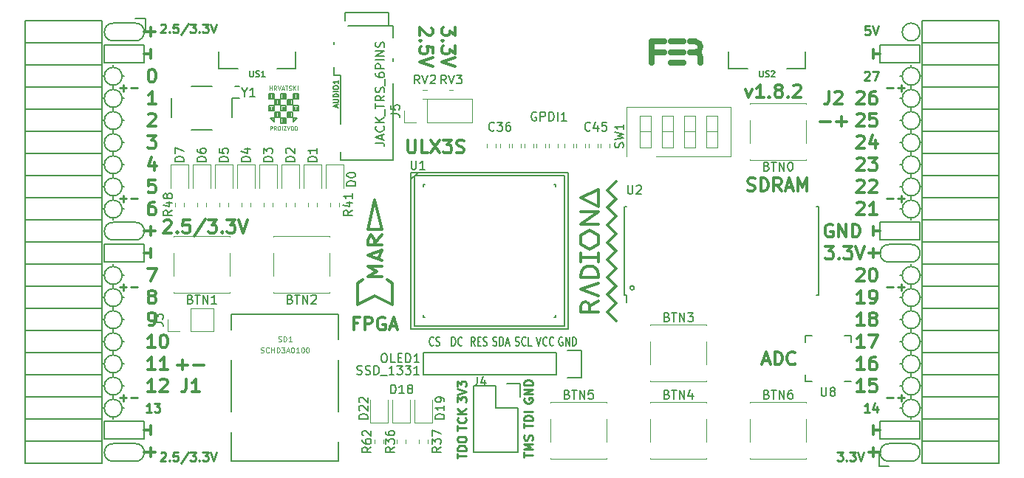
<source format=gto>
G04 #@! TF.GenerationSoftware,KiCad,Pcbnew,5.0.0-rc2-dev-unknown+dfsg1+20180318-2*
G04 #@! TF.CreationDate,2018-05-18T20:09:28+02:00*
G04 #@! TF.ProjectId,ulx3s,756C7833732E6B696361645F70636200,rev?*
G04 #@! TF.SameCoordinates,Original*
G04 #@! TF.FileFunction,Legend,Top*
G04 #@! TF.FilePolarity,Positive*
%FSLAX46Y46*%
G04 Gerber Fmt 4.6, Leading zero omitted, Abs format (unit mm)*
G04 Created by KiCad (PCBNEW 5.0.0-rc2-dev-unknown+dfsg1+20180318-2) date Fri May 18 20:09:28 2018*
%MOMM*%
%LPD*%
G01*
G04 APERTURE LIST*
%ADD10C,0.300000*%
%ADD11C,0.200000*%
%ADD12C,0.250000*%
%ADD13C,0.150000*%
%ADD14C,0.120000*%
%ADD15C,0.700000*%
%ADD16C,0.152400*%
%ADD17C,0.124460*%
%ADD18C,0.075000*%
G04 APERTURE END LIST*
D10*
X134560428Y-62144714D02*
X134560428Y-63073285D01*
X133989000Y-62573285D01*
X133989000Y-62787571D01*
X133917571Y-62930428D01*
X133846142Y-63001857D01*
X133703285Y-63073285D01*
X133346142Y-63073285D01*
X133203285Y-63001857D01*
X133131857Y-62930428D01*
X133060428Y-62787571D01*
X133060428Y-62359000D01*
X133131857Y-62216142D01*
X133203285Y-62144714D01*
X133203285Y-63716142D02*
X133131857Y-63787571D01*
X133060428Y-63716142D01*
X133131857Y-63644714D01*
X133203285Y-63716142D01*
X133060428Y-63716142D01*
X134560428Y-64287571D02*
X134560428Y-65216142D01*
X133989000Y-64716142D01*
X133989000Y-64930428D01*
X133917571Y-65073285D01*
X133846142Y-65144714D01*
X133703285Y-65216142D01*
X133346142Y-65216142D01*
X133203285Y-65144714D01*
X133131857Y-65073285D01*
X133060428Y-64930428D01*
X133060428Y-64501857D01*
X133131857Y-64359000D01*
X133203285Y-64287571D01*
X134560428Y-65644714D02*
X133060428Y-66144714D01*
X134560428Y-66644714D01*
X131877571Y-62216142D02*
X131949000Y-62287571D01*
X132020428Y-62430428D01*
X132020428Y-62787571D01*
X131949000Y-62930428D01*
X131877571Y-63001857D01*
X131734714Y-63073285D01*
X131591857Y-63073285D01*
X131377571Y-63001857D01*
X130520428Y-62144714D01*
X130520428Y-63073285D01*
X130663285Y-63716142D02*
X130591857Y-63787571D01*
X130520428Y-63716142D01*
X130591857Y-63644714D01*
X130663285Y-63716142D01*
X130520428Y-63716142D01*
X132020428Y-65144714D02*
X132020428Y-64430428D01*
X131306142Y-64359000D01*
X131377571Y-64430428D01*
X131449000Y-64573285D01*
X131449000Y-64930428D01*
X131377571Y-65073285D01*
X131306142Y-65144714D01*
X131163285Y-65216142D01*
X130806142Y-65216142D01*
X130663285Y-65144714D01*
X130591857Y-65073285D01*
X130520428Y-64930428D01*
X130520428Y-64573285D01*
X130591857Y-64430428D01*
X130663285Y-64359000D01*
X132020428Y-65644714D02*
X130520428Y-66144714D01*
X132020428Y-66644714D01*
X102760000Y-100897142D02*
X103902857Y-100897142D01*
X103331428Y-101468571D02*
X103331428Y-100325714D01*
X104617142Y-100897142D02*
X105760000Y-100897142D01*
X167847714Y-69226571D02*
X168204857Y-70226571D01*
X168562000Y-69226571D01*
X169919142Y-70226571D02*
X169062000Y-70226571D01*
X169490571Y-70226571D02*
X169490571Y-68726571D01*
X169347714Y-68940857D01*
X169204857Y-69083714D01*
X169062000Y-69155142D01*
X170562000Y-70083714D02*
X170633428Y-70155142D01*
X170562000Y-70226571D01*
X170490571Y-70155142D01*
X170562000Y-70083714D01*
X170562000Y-70226571D01*
X171490571Y-69369428D02*
X171347714Y-69298000D01*
X171276285Y-69226571D01*
X171204857Y-69083714D01*
X171204857Y-69012285D01*
X171276285Y-68869428D01*
X171347714Y-68798000D01*
X171490571Y-68726571D01*
X171776285Y-68726571D01*
X171919142Y-68798000D01*
X171990571Y-68869428D01*
X172062000Y-69012285D01*
X172062000Y-69083714D01*
X171990571Y-69226571D01*
X171919142Y-69298000D01*
X171776285Y-69369428D01*
X171490571Y-69369428D01*
X171347714Y-69440857D01*
X171276285Y-69512285D01*
X171204857Y-69655142D01*
X171204857Y-69940857D01*
X171276285Y-70083714D01*
X171347714Y-70155142D01*
X171490571Y-70226571D01*
X171776285Y-70226571D01*
X171919142Y-70155142D01*
X171990571Y-70083714D01*
X172062000Y-69940857D01*
X172062000Y-69655142D01*
X171990571Y-69512285D01*
X171919142Y-69440857D01*
X171776285Y-69369428D01*
X172704857Y-70083714D02*
X172776285Y-70155142D01*
X172704857Y-70226571D01*
X172633428Y-70155142D01*
X172704857Y-70083714D01*
X172704857Y-70226571D01*
X173347714Y-68869428D02*
X173419142Y-68798000D01*
X173562000Y-68726571D01*
X173919142Y-68726571D01*
X174062000Y-68798000D01*
X174133428Y-68869428D01*
X174204857Y-69012285D01*
X174204857Y-69155142D01*
X174133428Y-69369428D01*
X173276285Y-70226571D01*
X174204857Y-70226571D01*
X182492000Y-87582000D02*
X182492000Y-88598000D01*
X181984000Y-88090000D02*
X183254000Y-88090000D01*
X182492000Y-110442000D02*
X182492000Y-111458000D01*
X183254000Y-110950000D02*
X181984000Y-110950000D01*
X99688000Y-110442000D02*
X99688000Y-111458000D01*
X98926000Y-110950000D02*
X100196000Y-110950000D01*
X99688000Y-62182000D02*
X99688000Y-63198000D01*
X98926000Y-62690000D02*
X100196000Y-62690000D01*
X99688000Y-85042000D02*
X99688000Y-86058000D01*
X98926000Y-85550000D02*
X100196000Y-85550000D01*
D11*
X97910000Y-63706000D02*
G75*
G03X97910000Y-61674000I0J1016000D01*
G01*
X184270000Y-109934000D02*
G75*
G03X184270000Y-111966000I0J-1016000D01*
G01*
X95370000Y-111966000D02*
X97910000Y-111966000D01*
X95370000Y-109934000D02*
X97910000Y-109934000D01*
X97910000Y-111966000D02*
G75*
G03X97910000Y-109934000I0J1016000D01*
G01*
X95370000Y-109934000D02*
G75*
G03X95370000Y-111966000I0J-1016000D01*
G01*
X95370000Y-61674000D02*
X97910000Y-61674000D01*
X95370000Y-63706000D02*
X97910000Y-63706000D01*
X95370000Y-61674000D02*
G75*
G03X95370000Y-63706000I0J-1016000D01*
G01*
X95370000Y-84534000D02*
X97910000Y-84534000D01*
X95370000Y-86566000D02*
X97910000Y-86566000D01*
X95370000Y-84534000D02*
G75*
G03X95370000Y-86566000I0J-1016000D01*
G01*
X97910000Y-86566000D02*
G75*
G03X97910000Y-84534000I0J1016000D01*
G01*
X187826000Y-62690000D02*
G75*
G03X187826000Y-62690000I-1016000J0D01*
G01*
X184270000Y-89106000D02*
X186810000Y-89106000D01*
X184270000Y-87074000D02*
X186810000Y-87074000D01*
X184270000Y-87074000D02*
G75*
G03X184270000Y-89106000I0J-1016000D01*
G01*
X186810000Y-89106000D02*
G75*
G03X186810000Y-87074000I0J1016000D01*
G01*
X186810000Y-111966000D02*
X184270000Y-111966000D01*
X186810000Y-109934000D02*
X184270000Y-109934000D01*
X186810000Y-111966000D02*
G75*
G03X186810000Y-109934000I0J1016000D01*
G01*
X94354000Y-66246000D02*
X94354000Y-64214000D01*
X98926000Y-66246000D02*
X94354000Y-66246000D01*
X98926000Y-64214000D02*
X98926000Y-66246000D01*
X94354000Y-64214000D02*
X98926000Y-64214000D01*
X94354000Y-87074000D02*
X98926000Y-87074000D01*
X94354000Y-89106000D02*
X94354000Y-87074000D01*
X98926000Y-89106000D02*
X94354000Y-89106000D01*
X98926000Y-87074000D02*
X98926000Y-89106000D01*
X94354000Y-109426000D02*
X98926000Y-109426000D01*
X94354000Y-107394000D02*
X94354000Y-109426000D01*
X98926000Y-107394000D02*
X94354000Y-107394000D01*
X98926000Y-109426000D02*
X98926000Y-107394000D01*
X183254000Y-109426000D02*
X187826000Y-109426000D01*
X183254000Y-107394000D02*
X183254000Y-109426000D01*
X187826000Y-107394000D02*
X187826000Y-109426000D01*
X183254000Y-107394000D02*
X187826000Y-107394000D01*
X183254000Y-66246000D02*
X187826000Y-66246000D01*
X183254000Y-64214000D02*
X183254000Y-66246000D01*
X187826000Y-64214000D02*
X183254000Y-64214000D01*
X187826000Y-66246000D02*
X187826000Y-64214000D01*
X183254000Y-84534000D02*
X187826000Y-84534000D01*
X183254000Y-86566000D02*
X183254000Y-84534000D01*
X187826000Y-86566000D02*
X183254000Y-86566000D01*
X187826000Y-84534000D02*
X187826000Y-86566000D01*
D12*
X96148000Y-69111428D02*
X96909904Y-69111428D01*
X96528952Y-69492380D02*
X96528952Y-68730476D01*
X97386095Y-69111428D02*
X98148000Y-69111428D01*
X96148000Y-81811428D02*
X96909904Y-81811428D01*
X96528952Y-82192380D02*
X96528952Y-81430476D01*
X97386095Y-81811428D02*
X98148000Y-81811428D01*
X96148000Y-91971428D02*
X96909904Y-91971428D01*
X96528952Y-92352380D02*
X96528952Y-91590476D01*
X97386095Y-91971428D02*
X98148000Y-91971428D01*
X96148000Y-104671428D02*
X96909904Y-104671428D01*
X96528952Y-105052380D02*
X96528952Y-104290476D01*
X97386095Y-104671428D02*
X98148000Y-104671428D01*
X184032000Y-104671428D02*
X184793904Y-104671428D01*
X185270095Y-104671428D02*
X186032000Y-104671428D01*
X185651047Y-105052380D02*
X185651047Y-104290476D01*
X184032000Y-91971428D02*
X184793904Y-91971428D01*
X185270095Y-91971428D02*
X186032000Y-91971428D01*
X185651047Y-92352380D02*
X185651047Y-91590476D01*
X184032000Y-81811428D02*
X184793904Y-81811428D01*
X185270095Y-81811428D02*
X186032000Y-81811428D01*
X185651047Y-82192380D02*
X185651047Y-81430476D01*
X184032000Y-69111428D02*
X184793904Y-69111428D01*
X185270095Y-69111428D02*
X186032000Y-69111428D01*
X185651047Y-69492380D02*
X185651047Y-68730476D01*
D10*
X176420000Y-72957142D02*
X177562857Y-72957142D01*
X178277142Y-72957142D02*
X179420000Y-72957142D01*
X178848571Y-73528571D02*
X178848571Y-72385714D01*
D11*
X187826000Y-67770000D02*
G75*
G03X187826000Y-67770000I-1016000J0D01*
G01*
X187826000Y-70310000D02*
G75*
G03X187826000Y-70310000I-1016000J0D01*
G01*
X187826000Y-72850000D02*
G75*
G03X187826000Y-72850000I-1016000J0D01*
G01*
X187826000Y-75390000D02*
G75*
G03X187826000Y-75390000I-1016000J0D01*
G01*
X187826000Y-77930000D02*
G75*
G03X187826000Y-77930000I-1016000J0D01*
G01*
X187826000Y-80470000D02*
G75*
G03X187826000Y-80470000I-1016000J0D01*
G01*
X187826000Y-83010000D02*
G75*
G03X187826000Y-83010000I-1016000J0D01*
G01*
X187826000Y-90630000D02*
G75*
G03X187826000Y-90630000I-1016000J0D01*
G01*
X187826000Y-93170000D02*
G75*
G03X187826000Y-93170000I-1016000J0D01*
G01*
X187826000Y-95710000D02*
G75*
G03X187826000Y-95710000I-1016000J0D01*
G01*
X187826000Y-98250000D02*
G75*
G03X187826000Y-98250000I-1016000J0D01*
G01*
X187826000Y-100790000D02*
G75*
G03X187826000Y-100790000I-1016000J0D01*
G01*
X187826000Y-103330000D02*
G75*
G03X187826000Y-103330000I-1016000J0D01*
G01*
X187826000Y-105870000D02*
G75*
G03X187826000Y-105870000I-1016000J0D01*
G01*
X96386000Y-105870000D02*
G75*
G03X96386000Y-105870000I-1016000J0D01*
G01*
X96386000Y-103330000D02*
G75*
G03X96386000Y-103330000I-1016000J0D01*
G01*
X96386000Y-100790000D02*
G75*
G03X96386000Y-100790000I-1016000J0D01*
G01*
X96386000Y-98250000D02*
G75*
G03X96386000Y-98250000I-1016000J0D01*
G01*
X96386000Y-95710000D02*
G75*
G03X96386000Y-95710000I-1016000J0D01*
G01*
X96386000Y-93170000D02*
G75*
G03X96386000Y-93170000I-1016000J0D01*
G01*
X96386000Y-90630000D02*
G75*
G03X96386000Y-90630000I-1016000J0D01*
G01*
X96386000Y-83010000D02*
G75*
G03X96386000Y-83010000I-1016000J0D01*
G01*
X96386000Y-80470000D02*
G75*
G03X96386000Y-80470000I-1016000J0D01*
G01*
X96386000Y-77930000D02*
G75*
G03X96386000Y-77930000I-1016000J0D01*
G01*
X96386000Y-75390000D02*
G75*
G03X96386000Y-75390000I-1016000J0D01*
G01*
X96386000Y-72850000D02*
G75*
G03X96386000Y-72850000I-1016000J0D01*
G01*
X96386000Y-70310000D02*
G75*
G03X96386000Y-70310000I-1016000J0D01*
G01*
X96386000Y-67770000D02*
G75*
G03X96386000Y-67770000I-1016000J0D01*
G01*
D10*
X177793142Y-84800000D02*
X177650285Y-84728571D01*
X177436000Y-84728571D01*
X177221714Y-84800000D01*
X177078857Y-84942857D01*
X177007428Y-85085714D01*
X176936000Y-85371428D01*
X176936000Y-85585714D01*
X177007428Y-85871428D01*
X177078857Y-86014285D01*
X177221714Y-86157142D01*
X177436000Y-86228571D01*
X177578857Y-86228571D01*
X177793142Y-86157142D01*
X177864571Y-86085714D01*
X177864571Y-85585714D01*
X177578857Y-85585714D01*
X178507428Y-86228571D02*
X178507428Y-84728571D01*
X179364571Y-86228571D01*
X179364571Y-84728571D01*
X180078857Y-86228571D02*
X180078857Y-84728571D01*
X180436000Y-84728571D01*
X180650285Y-84800000D01*
X180793142Y-84942857D01*
X180864571Y-85085714D01*
X180936000Y-85371428D01*
X180936000Y-85585714D01*
X180864571Y-85871428D01*
X180793142Y-86014285D01*
X180650285Y-86157142D01*
X180436000Y-86228571D01*
X180078857Y-86228571D01*
X182492000Y-86058000D02*
X182492000Y-85042000D01*
X183254000Y-85550000D02*
X182492000Y-85550000D01*
X182492000Y-107902000D02*
X182492000Y-108918000D01*
X182492000Y-108410000D02*
X183254000Y-108410000D01*
D12*
X182047523Y-106322380D02*
X181476095Y-106322380D01*
X181761809Y-106322380D02*
X181761809Y-105322380D01*
X181666571Y-105465238D01*
X181571333Y-105560476D01*
X181476095Y-105608095D01*
X182904666Y-105655714D02*
X182904666Y-106322380D01*
X182666571Y-105274761D02*
X182428476Y-105989047D01*
X183047523Y-105989047D01*
X181476095Y-67317619D02*
X181523714Y-67270000D01*
X181618952Y-67222380D01*
X181857047Y-67222380D01*
X181952285Y-67270000D01*
X181999904Y-67317619D01*
X182047523Y-67412857D01*
X182047523Y-67508095D01*
X181999904Y-67650952D01*
X181428476Y-68222380D01*
X182047523Y-68222380D01*
X182380857Y-67222380D02*
X183047523Y-67222380D01*
X182618952Y-68222380D01*
D10*
X182492000Y-64722000D02*
X182492000Y-65738000D01*
X182492000Y-65230000D02*
X183254000Y-65230000D01*
X99688000Y-107902000D02*
X99688000Y-108918000D01*
X98926000Y-108410000D02*
X99688000Y-108410000D01*
X99315000Y-74568571D02*
X100243571Y-74568571D01*
X99743571Y-75140000D01*
X99957857Y-75140000D01*
X100100714Y-75211428D01*
X100172142Y-75282857D01*
X100243571Y-75425714D01*
X100243571Y-75782857D01*
X100172142Y-75925714D01*
X100100714Y-75997142D01*
X99957857Y-76068571D01*
X99529285Y-76068571D01*
X99386428Y-75997142D01*
X99315000Y-75925714D01*
X100100714Y-77608571D02*
X100100714Y-78608571D01*
X99743571Y-77037142D02*
X99386428Y-78108571D01*
X100315000Y-78108571D01*
X100172142Y-79648571D02*
X99457857Y-79648571D01*
X99386428Y-80362857D01*
X99457857Y-80291428D01*
X99600714Y-80220000D01*
X99957857Y-80220000D01*
X100100714Y-80291428D01*
X100172142Y-80362857D01*
X100243571Y-80505714D01*
X100243571Y-80862857D01*
X100172142Y-81005714D01*
X100100714Y-81077142D01*
X99957857Y-81148571D01*
X99600714Y-81148571D01*
X99457857Y-81077142D01*
X99386428Y-81005714D01*
D12*
X99751523Y-106322380D02*
X99180095Y-106322380D01*
X99465809Y-106322380D02*
X99465809Y-105322380D01*
X99370571Y-105465238D01*
X99275333Y-105560476D01*
X99180095Y-105608095D01*
X100084857Y-105322380D02*
X100703904Y-105322380D01*
X100370571Y-105703333D01*
X100513428Y-105703333D01*
X100608666Y-105750952D01*
X100656285Y-105798571D01*
X100703904Y-105893809D01*
X100703904Y-106131904D01*
X100656285Y-106227142D01*
X100608666Y-106274761D01*
X100513428Y-106322380D01*
X100227714Y-106322380D01*
X100132476Y-106274761D01*
X100084857Y-106227142D01*
D10*
X99315000Y-89808571D02*
X100315000Y-89808571D01*
X99672142Y-91308571D01*
X99688000Y-87582000D02*
X99688000Y-88598000D01*
X98926000Y-88090000D02*
X99688000Y-88090000D01*
X99688000Y-64722000D02*
X99688000Y-65738000D01*
X98926000Y-65230000D02*
X99688000Y-65230000D01*
D12*
X100817976Y-61874619D02*
X100865595Y-61827000D01*
X100960833Y-61779380D01*
X101198928Y-61779380D01*
X101294166Y-61827000D01*
X101341785Y-61874619D01*
X101389404Y-61969857D01*
X101389404Y-62065095D01*
X101341785Y-62207952D01*
X100770357Y-62779380D01*
X101389404Y-62779380D01*
X101817976Y-62684142D02*
X101865595Y-62731761D01*
X101817976Y-62779380D01*
X101770357Y-62731761D01*
X101817976Y-62684142D01*
X101817976Y-62779380D01*
X102770357Y-61779380D02*
X102294166Y-61779380D01*
X102246547Y-62255571D01*
X102294166Y-62207952D01*
X102389404Y-62160333D01*
X102627500Y-62160333D01*
X102722738Y-62207952D01*
X102770357Y-62255571D01*
X102817976Y-62350809D01*
X102817976Y-62588904D01*
X102770357Y-62684142D01*
X102722738Y-62731761D01*
X102627500Y-62779380D01*
X102389404Y-62779380D01*
X102294166Y-62731761D01*
X102246547Y-62684142D01*
X103960833Y-61731761D02*
X103103690Y-63017476D01*
X104198928Y-61779380D02*
X104817976Y-61779380D01*
X104484642Y-62160333D01*
X104627500Y-62160333D01*
X104722738Y-62207952D01*
X104770357Y-62255571D01*
X104817976Y-62350809D01*
X104817976Y-62588904D01*
X104770357Y-62684142D01*
X104722738Y-62731761D01*
X104627500Y-62779380D01*
X104341785Y-62779380D01*
X104246547Y-62731761D01*
X104198928Y-62684142D01*
X105246547Y-62684142D02*
X105294166Y-62731761D01*
X105246547Y-62779380D01*
X105198928Y-62731761D01*
X105246547Y-62684142D01*
X105246547Y-62779380D01*
X105627500Y-61779380D02*
X106246547Y-61779380D01*
X105913214Y-62160333D01*
X106056071Y-62160333D01*
X106151309Y-62207952D01*
X106198928Y-62255571D01*
X106246547Y-62350809D01*
X106246547Y-62588904D01*
X106198928Y-62684142D01*
X106151309Y-62731761D01*
X106056071Y-62779380D01*
X105770357Y-62779380D01*
X105675119Y-62731761D01*
X105627500Y-62684142D01*
X106532261Y-61779380D02*
X106865595Y-62779380D01*
X107198928Y-61779380D01*
X178360261Y-110910380D02*
X178979309Y-110910380D01*
X178645976Y-111291333D01*
X178788833Y-111291333D01*
X178884071Y-111338952D01*
X178931690Y-111386571D01*
X178979309Y-111481809D01*
X178979309Y-111719904D01*
X178931690Y-111815142D01*
X178884071Y-111862761D01*
X178788833Y-111910380D01*
X178503119Y-111910380D01*
X178407880Y-111862761D01*
X178360261Y-111815142D01*
X179407880Y-111815142D02*
X179455500Y-111862761D01*
X179407880Y-111910380D01*
X179360261Y-111862761D01*
X179407880Y-111815142D01*
X179407880Y-111910380D01*
X179788833Y-110910380D02*
X180407880Y-110910380D01*
X180074547Y-111291333D01*
X180217404Y-111291333D01*
X180312642Y-111338952D01*
X180360261Y-111386571D01*
X180407880Y-111481809D01*
X180407880Y-111719904D01*
X180360261Y-111815142D01*
X180312642Y-111862761D01*
X180217404Y-111910380D01*
X179931690Y-111910380D01*
X179836452Y-111862761D01*
X179788833Y-111815142D01*
X180693595Y-110910380D02*
X181026928Y-111910380D01*
X181360261Y-110910380D01*
D10*
X101199714Y-84381428D02*
X101271142Y-84310000D01*
X101414000Y-84238571D01*
X101771142Y-84238571D01*
X101914000Y-84310000D01*
X101985428Y-84381428D01*
X102056857Y-84524285D01*
X102056857Y-84667142D01*
X101985428Y-84881428D01*
X101128285Y-85738571D01*
X102056857Y-85738571D01*
X102699714Y-85595714D02*
X102771142Y-85667142D01*
X102699714Y-85738571D01*
X102628285Y-85667142D01*
X102699714Y-85595714D01*
X102699714Y-85738571D01*
X104128285Y-84238571D02*
X103414000Y-84238571D01*
X103342571Y-84952857D01*
X103414000Y-84881428D01*
X103556857Y-84810000D01*
X103914000Y-84810000D01*
X104056857Y-84881428D01*
X104128285Y-84952857D01*
X104199714Y-85095714D01*
X104199714Y-85452857D01*
X104128285Y-85595714D01*
X104056857Y-85667142D01*
X103914000Y-85738571D01*
X103556857Y-85738571D01*
X103414000Y-85667142D01*
X103342571Y-85595714D01*
X105914000Y-84167142D02*
X104628285Y-86095714D01*
X106271142Y-84238571D02*
X107199714Y-84238571D01*
X106699714Y-84810000D01*
X106914000Y-84810000D01*
X107056857Y-84881428D01*
X107128285Y-84952857D01*
X107199714Y-85095714D01*
X107199714Y-85452857D01*
X107128285Y-85595714D01*
X107056857Y-85667142D01*
X106914000Y-85738571D01*
X106485428Y-85738571D01*
X106342571Y-85667142D01*
X106271142Y-85595714D01*
X107842571Y-85595714D02*
X107914000Y-85667142D01*
X107842571Y-85738571D01*
X107771142Y-85667142D01*
X107842571Y-85595714D01*
X107842571Y-85738571D01*
X108414000Y-84238571D02*
X109342571Y-84238571D01*
X108842571Y-84810000D01*
X109056857Y-84810000D01*
X109199714Y-84881428D01*
X109271142Y-84952857D01*
X109342571Y-85095714D01*
X109342571Y-85452857D01*
X109271142Y-85595714D01*
X109199714Y-85667142D01*
X109056857Y-85738571D01*
X108628285Y-85738571D01*
X108485428Y-85667142D01*
X108414000Y-85595714D01*
X109771142Y-84238571D02*
X110271142Y-85738571D01*
X110771142Y-84238571D01*
D12*
X100817976Y-111023619D02*
X100865595Y-110976000D01*
X100960833Y-110928380D01*
X101198928Y-110928380D01*
X101294166Y-110976000D01*
X101341785Y-111023619D01*
X101389404Y-111118857D01*
X101389404Y-111214095D01*
X101341785Y-111356952D01*
X100770357Y-111928380D01*
X101389404Y-111928380D01*
X101817976Y-111833142D02*
X101865595Y-111880761D01*
X101817976Y-111928380D01*
X101770357Y-111880761D01*
X101817976Y-111833142D01*
X101817976Y-111928380D01*
X102770357Y-110928380D02*
X102294166Y-110928380D01*
X102246547Y-111404571D01*
X102294166Y-111356952D01*
X102389404Y-111309333D01*
X102627500Y-111309333D01*
X102722738Y-111356952D01*
X102770357Y-111404571D01*
X102817976Y-111499809D01*
X102817976Y-111737904D01*
X102770357Y-111833142D01*
X102722738Y-111880761D01*
X102627500Y-111928380D01*
X102389404Y-111928380D01*
X102294166Y-111880761D01*
X102246547Y-111833142D01*
X103960833Y-110880761D02*
X103103690Y-112166476D01*
X104198928Y-110928380D02*
X104817976Y-110928380D01*
X104484642Y-111309333D01*
X104627500Y-111309333D01*
X104722738Y-111356952D01*
X104770357Y-111404571D01*
X104817976Y-111499809D01*
X104817976Y-111737904D01*
X104770357Y-111833142D01*
X104722738Y-111880761D01*
X104627500Y-111928380D01*
X104341785Y-111928380D01*
X104246547Y-111880761D01*
X104198928Y-111833142D01*
X105246547Y-111833142D02*
X105294166Y-111880761D01*
X105246547Y-111928380D01*
X105198928Y-111880761D01*
X105246547Y-111833142D01*
X105246547Y-111928380D01*
X105627500Y-110928380D02*
X106246547Y-110928380D01*
X105913214Y-111309333D01*
X106056071Y-111309333D01*
X106151309Y-111356952D01*
X106198928Y-111404571D01*
X106246547Y-111499809D01*
X106246547Y-111737904D01*
X106198928Y-111833142D01*
X106151309Y-111880761D01*
X106056071Y-111928380D01*
X105770357Y-111928380D01*
X105675119Y-111880761D01*
X105627500Y-111833142D01*
X106532261Y-110928380D02*
X106865595Y-111928380D01*
X107198928Y-110928380D01*
X182047523Y-62015380D02*
X181571333Y-62015380D01*
X181523714Y-62491571D01*
X181571333Y-62443952D01*
X181666571Y-62396333D01*
X181904666Y-62396333D01*
X181999904Y-62443952D01*
X182047523Y-62491571D01*
X182095142Y-62586809D01*
X182095142Y-62824904D01*
X182047523Y-62920142D01*
X181999904Y-62967761D01*
X181904666Y-63015380D01*
X181666571Y-63015380D01*
X181571333Y-62967761D01*
X181523714Y-62920142D01*
X182380857Y-62015380D02*
X182714190Y-63015380D01*
X183047523Y-62015380D01*
D10*
X180587142Y-69631428D02*
X180658571Y-69560000D01*
X180801428Y-69488571D01*
X181158571Y-69488571D01*
X181301428Y-69560000D01*
X181372857Y-69631428D01*
X181444285Y-69774285D01*
X181444285Y-69917142D01*
X181372857Y-70131428D01*
X180515714Y-70988571D01*
X181444285Y-70988571D01*
X182730000Y-69488571D02*
X182444285Y-69488571D01*
X182301428Y-69560000D01*
X182230000Y-69631428D01*
X182087142Y-69845714D01*
X182015714Y-70131428D01*
X182015714Y-70702857D01*
X182087142Y-70845714D01*
X182158571Y-70917142D01*
X182301428Y-70988571D01*
X182587142Y-70988571D01*
X182730000Y-70917142D01*
X182801428Y-70845714D01*
X182872857Y-70702857D01*
X182872857Y-70345714D01*
X182801428Y-70202857D01*
X182730000Y-70131428D01*
X182587142Y-70060000D01*
X182301428Y-70060000D01*
X182158571Y-70131428D01*
X182087142Y-70202857D01*
X182015714Y-70345714D01*
X180587142Y-72171428D02*
X180658571Y-72100000D01*
X180801428Y-72028571D01*
X181158571Y-72028571D01*
X181301428Y-72100000D01*
X181372857Y-72171428D01*
X181444285Y-72314285D01*
X181444285Y-72457142D01*
X181372857Y-72671428D01*
X180515714Y-73528571D01*
X181444285Y-73528571D01*
X182801428Y-72028571D02*
X182087142Y-72028571D01*
X182015714Y-72742857D01*
X182087142Y-72671428D01*
X182230000Y-72600000D01*
X182587142Y-72600000D01*
X182730000Y-72671428D01*
X182801428Y-72742857D01*
X182872857Y-72885714D01*
X182872857Y-73242857D01*
X182801428Y-73385714D01*
X182730000Y-73457142D01*
X182587142Y-73528571D01*
X182230000Y-73528571D01*
X182087142Y-73457142D01*
X182015714Y-73385714D01*
X180587142Y-74711428D02*
X180658571Y-74640000D01*
X180801428Y-74568571D01*
X181158571Y-74568571D01*
X181301428Y-74640000D01*
X181372857Y-74711428D01*
X181444285Y-74854285D01*
X181444285Y-74997142D01*
X181372857Y-75211428D01*
X180515714Y-76068571D01*
X181444285Y-76068571D01*
X182730000Y-75068571D02*
X182730000Y-76068571D01*
X182372857Y-74497142D02*
X182015714Y-75568571D01*
X182944285Y-75568571D01*
X180587142Y-77251428D02*
X180658571Y-77180000D01*
X180801428Y-77108571D01*
X181158571Y-77108571D01*
X181301428Y-77180000D01*
X181372857Y-77251428D01*
X181444285Y-77394285D01*
X181444285Y-77537142D01*
X181372857Y-77751428D01*
X180515714Y-78608571D01*
X181444285Y-78608571D01*
X181944285Y-77108571D02*
X182872857Y-77108571D01*
X182372857Y-77680000D01*
X182587142Y-77680000D01*
X182730000Y-77751428D01*
X182801428Y-77822857D01*
X182872857Y-77965714D01*
X182872857Y-78322857D01*
X182801428Y-78465714D01*
X182730000Y-78537142D01*
X182587142Y-78608571D01*
X182158571Y-78608571D01*
X182015714Y-78537142D01*
X181944285Y-78465714D01*
X180587142Y-79791428D02*
X180658571Y-79720000D01*
X180801428Y-79648571D01*
X181158571Y-79648571D01*
X181301428Y-79720000D01*
X181372857Y-79791428D01*
X181444285Y-79934285D01*
X181444285Y-80077142D01*
X181372857Y-80291428D01*
X180515714Y-81148571D01*
X181444285Y-81148571D01*
X182015714Y-79791428D02*
X182087142Y-79720000D01*
X182230000Y-79648571D01*
X182587142Y-79648571D01*
X182730000Y-79720000D01*
X182801428Y-79791428D01*
X182872857Y-79934285D01*
X182872857Y-80077142D01*
X182801428Y-80291428D01*
X181944285Y-81148571D01*
X182872857Y-81148571D01*
X180587142Y-82331428D02*
X180658571Y-82260000D01*
X180801428Y-82188571D01*
X181158571Y-82188571D01*
X181301428Y-82260000D01*
X181372857Y-82331428D01*
X181444285Y-82474285D01*
X181444285Y-82617142D01*
X181372857Y-82831428D01*
X180515714Y-83688571D01*
X181444285Y-83688571D01*
X182872857Y-83688571D02*
X182015714Y-83688571D01*
X182444285Y-83688571D02*
X182444285Y-82188571D01*
X182301428Y-82402857D01*
X182158571Y-82545714D01*
X182015714Y-82617142D01*
X176975714Y-87268571D02*
X177904285Y-87268571D01*
X177404285Y-87840000D01*
X177618571Y-87840000D01*
X177761428Y-87911428D01*
X177832857Y-87982857D01*
X177904285Y-88125714D01*
X177904285Y-88482857D01*
X177832857Y-88625714D01*
X177761428Y-88697142D01*
X177618571Y-88768571D01*
X177190000Y-88768571D01*
X177047142Y-88697142D01*
X176975714Y-88625714D01*
X178547142Y-88625714D02*
X178618571Y-88697142D01*
X178547142Y-88768571D01*
X178475714Y-88697142D01*
X178547142Y-88625714D01*
X178547142Y-88768571D01*
X179118571Y-87268571D02*
X180047142Y-87268571D01*
X179547142Y-87840000D01*
X179761428Y-87840000D01*
X179904285Y-87911428D01*
X179975714Y-87982857D01*
X180047142Y-88125714D01*
X180047142Y-88482857D01*
X179975714Y-88625714D01*
X179904285Y-88697142D01*
X179761428Y-88768571D01*
X179332857Y-88768571D01*
X179190000Y-88697142D01*
X179118571Y-88625714D01*
X180475714Y-87268571D02*
X180975714Y-88768571D01*
X181475714Y-87268571D01*
X180587142Y-89951428D02*
X180658571Y-89880000D01*
X180801428Y-89808571D01*
X181158571Y-89808571D01*
X181301428Y-89880000D01*
X181372857Y-89951428D01*
X181444285Y-90094285D01*
X181444285Y-90237142D01*
X181372857Y-90451428D01*
X180515714Y-91308571D01*
X181444285Y-91308571D01*
X182372857Y-89808571D02*
X182515714Y-89808571D01*
X182658571Y-89880000D01*
X182730000Y-89951428D01*
X182801428Y-90094285D01*
X182872857Y-90380000D01*
X182872857Y-90737142D01*
X182801428Y-91022857D01*
X182730000Y-91165714D01*
X182658571Y-91237142D01*
X182515714Y-91308571D01*
X182372857Y-91308571D01*
X182230000Y-91237142D01*
X182158571Y-91165714D01*
X182087142Y-91022857D01*
X182015714Y-90737142D01*
X182015714Y-90380000D01*
X182087142Y-90094285D01*
X182158571Y-89951428D01*
X182230000Y-89880000D01*
X182372857Y-89808571D01*
X181444285Y-93848571D02*
X180587142Y-93848571D01*
X181015714Y-93848571D02*
X181015714Y-92348571D01*
X180872857Y-92562857D01*
X180730000Y-92705714D01*
X180587142Y-92777142D01*
X182158571Y-93848571D02*
X182444285Y-93848571D01*
X182587142Y-93777142D01*
X182658571Y-93705714D01*
X182801428Y-93491428D01*
X182872857Y-93205714D01*
X182872857Y-92634285D01*
X182801428Y-92491428D01*
X182730000Y-92420000D01*
X182587142Y-92348571D01*
X182301428Y-92348571D01*
X182158571Y-92420000D01*
X182087142Y-92491428D01*
X182015714Y-92634285D01*
X182015714Y-92991428D01*
X182087142Y-93134285D01*
X182158571Y-93205714D01*
X182301428Y-93277142D01*
X182587142Y-93277142D01*
X182730000Y-93205714D01*
X182801428Y-93134285D01*
X182872857Y-92991428D01*
X181444285Y-96388571D02*
X180587142Y-96388571D01*
X181015714Y-96388571D02*
X181015714Y-94888571D01*
X180872857Y-95102857D01*
X180730000Y-95245714D01*
X180587142Y-95317142D01*
X182301428Y-95531428D02*
X182158571Y-95460000D01*
X182087142Y-95388571D01*
X182015714Y-95245714D01*
X182015714Y-95174285D01*
X182087142Y-95031428D01*
X182158571Y-94960000D01*
X182301428Y-94888571D01*
X182587142Y-94888571D01*
X182730000Y-94960000D01*
X182801428Y-95031428D01*
X182872857Y-95174285D01*
X182872857Y-95245714D01*
X182801428Y-95388571D01*
X182730000Y-95460000D01*
X182587142Y-95531428D01*
X182301428Y-95531428D01*
X182158571Y-95602857D01*
X182087142Y-95674285D01*
X182015714Y-95817142D01*
X182015714Y-96102857D01*
X182087142Y-96245714D01*
X182158571Y-96317142D01*
X182301428Y-96388571D01*
X182587142Y-96388571D01*
X182730000Y-96317142D01*
X182801428Y-96245714D01*
X182872857Y-96102857D01*
X182872857Y-95817142D01*
X182801428Y-95674285D01*
X182730000Y-95602857D01*
X182587142Y-95531428D01*
X181444285Y-98928571D02*
X180587142Y-98928571D01*
X181015714Y-98928571D02*
X181015714Y-97428571D01*
X180872857Y-97642857D01*
X180730000Y-97785714D01*
X180587142Y-97857142D01*
X181944285Y-97428571D02*
X182944285Y-97428571D01*
X182301428Y-98928571D01*
X181444285Y-101468571D02*
X180587142Y-101468571D01*
X181015714Y-101468571D02*
X181015714Y-99968571D01*
X180872857Y-100182857D01*
X180730000Y-100325714D01*
X180587142Y-100397142D01*
X182730000Y-99968571D02*
X182444285Y-99968571D01*
X182301428Y-100040000D01*
X182230000Y-100111428D01*
X182087142Y-100325714D01*
X182015714Y-100611428D01*
X182015714Y-101182857D01*
X182087142Y-101325714D01*
X182158571Y-101397142D01*
X182301428Y-101468571D01*
X182587142Y-101468571D01*
X182730000Y-101397142D01*
X182801428Y-101325714D01*
X182872857Y-101182857D01*
X182872857Y-100825714D01*
X182801428Y-100682857D01*
X182730000Y-100611428D01*
X182587142Y-100540000D01*
X182301428Y-100540000D01*
X182158571Y-100611428D01*
X182087142Y-100682857D01*
X182015714Y-100825714D01*
X181444285Y-104008571D02*
X180587142Y-104008571D01*
X181015714Y-104008571D02*
X181015714Y-102508571D01*
X180872857Y-102722857D01*
X180730000Y-102865714D01*
X180587142Y-102937142D01*
X182801428Y-102508571D02*
X182087142Y-102508571D01*
X182015714Y-103222857D01*
X182087142Y-103151428D01*
X182230000Y-103080000D01*
X182587142Y-103080000D01*
X182730000Y-103151428D01*
X182801428Y-103222857D01*
X182872857Y-103365714D01*
X182872857Y-103722857D01*
X182801428Y-103865714D01*
X182730000Y-103937142D01*
X182587142Y-104008571D01*
X182230000Y-104008571D01*
X182087142Y-103937142D01*
X182015714Y-103865714D01*
D11*
X186810000Y-66500000D02*
X186810000Y-66754000D01*
X187826000Y-67770000D02*
X188080000Y-67770000D01*
X185540000Y-67770000D02*
X185794000Y-67770000D01*
X186810000Y-69294000D02*
X186810000Y-68786000D01*
X187826000Y-70310000D02*
X188080000Y-70310000D01*
X185540000Y-70310000D02*
X185794000Y-70310000D01*
X186810000Y-71326000D02*
X186810000Y-71834000D01*
X187826000Y-72850000D02*
X188080000Y-72850000D01*
X185540000Y-72850000D02*
X185794000Y-72850000D01*
X186810000Y-73866000D02*
X186810000Y-74374000D01*
X187826000Y-75390000D02*
X188080000Y-75390000D01*
X185540000Y-75390000D02*
X185794000Y-75390000D01*
X186810000Y-76406000D02*
X186810000Y-76914000D01*
X187826000Y-77930000D02*
X188080000Y-77930000D01*
X185540000Y-77930000D02*
X185794000Y-77930000D01*
X186810000Y-79454000D02*
X186810000Y-78946000D01*
X187826000Y-80470000D02*
X188080000Y-80470000D01*
X185540000Y-80470000D02*
X185794000Y-80470000D01*
X186810000Y-81994000D02*
X186810000Y-81486000D01*
X187826000Y-83010000D02*
X188080000Y-83010000D01*
X185540000Y-83010000D02*
X185794000Y-83010000D01*
X186810000Y-84026000D02*
X186810000Y-84280000D01*
X186810000Y-89360000D02*
X186810000Y-89614000D01*
X187826000Y-90630000D02*
X188080000Y-90630000D01*
X185540000Y-90630000D02*
X185794000Y-90630000D01*
X186810000Y-91646000D02*
X186810000Y-92154000D01*
X187826000Y-93170000D02*
X188080000Y-93170000D01*
X185540000Y-93170000D02*
X185794000Y-93170000D01*
X186810000Y-94186000D02*
X186810000Y-94694000D01*
X187826000Y-95710000D02*
X188080000Y-95710000D01*
X185540000Y-95710000D02*
X185794000Y-95710000D01*
X186810000Y-97234000D02*
X186810000Y-96726000D01*
X187826000Y-98250000D02*
X188080000Y-98250000D01*
X185540000Y-98250000D02*
X185794000Y-98250000D01*
X187826000Y-100790000D02*
X188080000Y-100790000D01*
X185540000Y-100790000D02*
X185794000Y-100790000D01*
X186810000Y-99266000D02*
X186810000Y-99774000D01*
X186810000Y-102314000D02*
X186810000Y-101806000D01*
X187826000Y-103330000D02*
X188080000Y-103330000D01*
X185540000Y-103330000D02*
X185794000Y-103330000D01*
X186810000Y-104346000D02*
X186810000Y-104854000D01*
X185540000Y-105870000D02*
X185794000Y-105870000D01*
X187826000Y-105870000D02*
X188080000Y-105870000D01*
X186810000Y-106886000D02*
X186810000Y-107140000D01*
X95370000Y-66754000D02*
X95370000Y-66500000D01*
X96386000Y-67770000D02*
X96640000Y-67770000D01*
X94100000Y-67770000D02*
X94354000Y-67770000D01*
X95370000Y-68786000D02*
X95370000Y-69294000D01*
X96386000Y-70310000D02*
X96640000Y-70310000D01*
X94100000Y-70310000D02*
X94354000Y-70310000D01*
X95370000Y-71326000D02*
X95370000Y-71834000D01*
X96386000Y-72850000D02*
X96640000Y-72850000D01*
X94100000Y-72850000D02*
X94354000Y-72850000D01*
X95370000Y-73866000D02*
X95370000Y-74374000D01*
X96386000Y-75390000D02*
X96640000Y-75390000D01*
X95370000Y-76406000D02*
X95370000Y-76914000D01*
X96386000Y-77930000D02*
X96640000Y-77930000D01*
X94100000Y-77930000D02*
X94354000Y-77930000D01*
X95370000Y-79454000D02*
X95370000Y-78946000D01*
X96386000Y-80470000D02*
X96640000Y-80470000D01*
X94100000Y-80470000D02*
X94354000Y-80470000D01*
X95370000Y-81486000D02*
X95370000Y-81994000D01*
X96386000Y-83010000D02*
X96640000Y-83010000D01*
X95370000Y-84026000D02*
X95370000Y-84280000D01*
X94100000Y-83010000D02*
X94354000Y-83010000D01*
X95370000Y-106886000D02*
X95370000Y-107140000D01*
X95370000Y-89360000D02*
X95370000Y-89614000D01*
X96386000Y-93170000D02*
X96640000Y-93170000D01*
X94100000Y-93170000D02*
X94354000Y-93170000D01*
X95370000Y-94186000D02*
X95370000Y-94694000D01*
X94100000Y-90630000D02*
X94354000Y-90630000D01*
X96386000Y-90630000D02*
X96640000Y-90630000D01*
X95370000Y-92154000D02*
X95370000Y-91646000D01*
X96386000Y-95710000D02*
X96640000Y-95710000D01*
X94100000Y-95710000D02*
X94354000Y-95710000D01*
X96386000Y-98250000D02*
X96640000Y-98250000D01*
X94354000Y-98250000D02*
X94100000Y-98250000D01*
X95370000Y-96726000D02*
X95370000Y-97234000D01*
X95370000Y-99266000D02*
X95370000Y-99774000D01*
X94100000Y-100790000D02*
X94354000Y-100790000D01*
X96386000Y-100790000D02*
X96640000Y-100790000D01*
X94100000Y-103330000D02*
X94354000Y-103330000D01*
X96386000Y-103330000D02*
X96640000Y-103330000D01*
X95370000Y-101806000D02*
X95370000Y-102314000D01*
X95370000Y-104346000D02*
X95370000Y-104854000D01*
X96386000Y-105870000D02*
X96640000Y-105870000D01*
X94100000Y-105870000D02*
X94354000Y-105870000D01*
D10*
X100164285Y-104008571D02*
X99307142Y-104008571D01*
X99735714Y-104008571D02*
X99735714Y-102508571D01*
X99592857Y-102722857D01*
X99450000Y-102865714D01*
X99307142Y-102937142D01*
X100735714Y-102651428D02*
X100807142Y-102580000D01*
X100950000Y-102508571D01*
X101307142Y-102508571D01*
X101450000Y-102580000D01*
X101521428Y-102651428D01*
X101592857Y-102794285D01*
X101592857Y-102937142D01*
X101521428Y-103151428D01*
X100664285Y-104008571D01*
X101592857Y-104008571D01*
X100164285Y-101468571D02*
X99307142Y-101468571D01*
X99735714Y-101468571D02*
X99735714Y-99968571D01*
X99592857Y-100182857D01*
X99450000Y-100325714D01*
X99307142Y-100397142D01*
X101592857Y-101468571D02*
X100735714Y-101468571D01*
X101164285Y-101468571D02*
X101164285Y-99968571D01*
X101021428Y-100182857D01*
X100878571Y-100325714D01*
X100735714Y-100397142D01*
X100164285Y-98928571D02*
X99307142Y-98928571D01*
X99735714Y-98928571D02*
X99735714Y-97428571D01*
X99592857Y-97642857D01*
X99450000Y-97785714D01*
X99307142Y-97857142D01*
X101092857Y-97428571D02*
X101235714Y-97428571D01*
X101378571Y-97500000D01*
X101450000Y-97571428D01*
X101521428Y-97714285D01*
X101592857Y-98000000D01*
X101592857Y-98357142D01*
X101521428Y-98642857D01*
X101450000Y-98785714D01*
X101378571Y-98857142D01*
X101235714Y-98928571D01*
X101092857Y-98928571D01*
X100950000Y-98857142D01*
X100878571Y-98785714D01*
X100807142Y-98642857D01*
X100735714Y-98357142D01*
X100735714Y-98000000D01*
X100807142Y-97714285D01*
X100878571Y-97571428D01*
X100950000Y-97500000D01*
X101092857Y-97428571D01*
X99529285Y-96388571D02*
X99815000Y-96388571D01*
X99957857Y-96317142D01*
X100029285Y-96245714D01*
X100172142Y-96031428D01*
X100243571Y-95745714D01*
X100243571Y-95174285D01*
X100172142Y-95031428D01*
X100100714Y-94960000D01*
X99957857Y-94888571D01*
X99672142Y-94888571D01*
X99529285Y-94960000D01*
X99457857Y-95031428D01*
X99386428Y-95174285D01*
X99386428Y-95531428D01*
X99457857Y-95674285D01*
X99529285Y-95745714D01*
X99672142Y-95817142D01*
X99957857Y-95817142D01*
X100100714Y-95745714D01*
X100172142Y-95674285D01*
X100243571Y-95531428D01*
X99672142Y-92991428D02*
X99529285Y-92920000D01*
X99457857Y-92848571D01*
X99386428Y-92705714D01*
X99386428Y-92634285D01*
X99457857Y-92491428D01*
X99529285Y-92420000D01*
X99672142Y-92348571D01*
X99957857Y-92348571D01*
X100100714Y-92420000D01*
X100172142Y-92491428D01*
X100243571Y-92634285D01*
X100243571Y-92705714D01*
X100172142Y-92848571D01*
X100100714Y-92920000D01*
X99957857Y-92991428D01*
X99672142Y-92991428D01*
X99529285Y-93062857D01*
X99457857Y-93134285D01*
X99386428Y-93277142D01*
X99386428Y-93562857D01*
X99457857Y-93705714D01*
X99529285Y-93777142D01*
X99672142Y-93848571D01*
X99957857Y-93848571D01*
X100100714Y-93777142D01*
X100172142Y-93705714D01*
X100243571Y-93562857D01*
X100243571Y-93277142D01*
X100172142Y-93134285D01*
X100100714Y-93062857D01*
X99957857Y-92991428D01*
X100100714Y-82188571D02*
X99815000Y-82188571D01*
X99672142Y-82260000D01*
X99600714Y-82331428D01*
X99457857Y-82545714D01*
X99386428Y-82831428D01*
X99386428Y-83402857D01*
X99457857Y-83545714D01*
X99529285Y-83617142D01*
X99672142Y-83688571D01*
X99957857Y-83688571D01*
X100100714Y-83617142D01*
X100172142Y-83545714D01*
X100243571Y-83402857D01*
X100243571Y-83045714D01*
X100172142Y-82902857D01*
X100100714Y-82831428D01*
X99957857Y-82760000D01*
X99672142Y-82760000D01*
X99529285Y-82831428D01*
X99457857Y-82902857D01*
X99386428Y-83045714D01*
X99386428Y-72171428D02*
X99457857Y-72100000D01*
X99600714Y-72028571D01*
X99957857Y-72028571D01*
X100100714Y-72100000D01*
X100172142Y-72171428D01*
X100243571Y-72314285D01*
X100243571Y-72457142D01*
X100172142Y-72671428D01*
X99315000Y-73528571D01*
X100243571Y-73528571D01*
X100243571Y-70988571D02*
X99386428Y-70988571D01*
X99815000Y-70988571D02*
X99815000Y-69488571D01*
X99672142Y-69702857D01*
X99529285Y-69845714D01*
X99386428Y-69917142D01*
X99743571Y-66948571D02*
X99886428Y-66948571D01*
X100029285Y-67020000D01*
X100100714Y-67091428D01*
X100172142Y-67234285D01*
X100243571Y-67520000D01*
X100243571Y-67877142D01*
X100172142Y-68162857D01*
X100100714Y-68305714D01*
X100029285Y-68377142D01*
X99886428Y-68448571D01*
X99743571Y-68448571D01*
X99600714Y-68377142D01*
X99529285Y-68305714D01*
X99457857Y-68162857D01*
X99386428Y-67877142D01*
X99386428Y-67520000D01*
X99457857Y-67234285D01*
X99529285Y-67091428D01*
X99600714Y-67020000D01*
X99743571Y-66948571D01*
X129148428Y-75076571D02*
X129148428Y-76290857D01*
X129219857Y-76433714D01*
X129291285Y-76505142D01*
X129434142Y-76576571D01*
X129719857Y-76576571D01*
X129862714Y-76505142D01*
X129934142Y-76433714D01*
X130005571Y-76290857D01*
X130005571Y-75076571D01*
X131434142Y-76576571D02*
X130719857Y-76576571D01*
X130719857Y-75076571D01*
X131791285Y-75076571D02*
X132791285Y-76576571D01*
X132791285Y-75076571D02*
X131791285Y-76576571D01*
X133219857Y-75076571D02*
X134148428Y-75076571D01*
X133648428Y-75648000D01*
X133862714Y-75648000D01*
X134005571Y-75719428D01*
X134077000Y-75790857D01*
X134148428Y-75933714D01*
X134148428Y-76290857D01*
X134077000Y-76433714D01*
X134005571Y-76505142D01*
X133862714Y-76576571D01*
X133434142Y-76576571D01*
X133291285Y-76505142D01*
X133219857Y-76433714D01*
X134719857Y-76505142D02*
X134934142Y-76576571D01*
X135291285Y-76576571D01*
X135434142Y-76505142D01*
X135505571Y-76433714D01*
X135577000Y-76290857D01*
X135577000Y-76148000D01*
X135505571Y-76005142D01*
X135434142Y-75933714D01*
X135291285Y-75862285D01*
X135005571Y-75790857D01*
X134862714Y-75719428D01*
X134791285Y-75648000D01*
X134719857Y-75505142D01*
X134719857Y-75362285D01*
X134791285Y-75219428D01*
X134862714Y-75148000D01*
X135005571Y-75076571D01*
X135362714Y-75076571D01*
X135577000Y-75148000D01*
X123413428Y-96110857D02*
X122913428Y-96110857D01*
X122913428Y-96896571D02*
X122913428Y-95396571D01*
X123627714Y-95396571D01*
X124199142Y-96896571D02*
X124199142Y-95396571D01*
X124770571Y-95396571D01*
X124913428Y-95468000D01*
X124984857Y-95539428D01*
X125056285Y-95682285D01*
X125056285Y-95896571D01*
X124984857Y-96039428D01*
X124913428Y-96110857D01*
X124770571Y-96182285D01*
X124199142Y-96182285D01*
X126484857Y-95468000D02*
X126342000Y-95396571D01*
X126127714Y-95396571D01*
X125913428Y-95468000D01*
X125770571Y-95610857D01*
X125699142Y-95753714D01*
X125627714Y-96039428D01*
X125627714Y-96253714D01*
X125699142Y-96539428D01*
X125770571Y-96682285D01*
X125913428Y-96825142D01*
X126127714Y-96896571D01*
X126270571Y-96896571D01*
X126484857Y-96825142D01*
X126556285Y-96753714D01*
X126556285Y-96253714D01*
X126270571Y-96253714D01*
X127127714Y-96468000D02*
X127842000Y-96468000D01*
X126984857Y-96896571D02*
X127484857Y-95396571D01*
X127984857Y-96896571D01*
X168077928Y-80886642D02*
X168292214Y-80958071D01*
X168649357Y-80958071D01*
X168792214Y-80886642D01*
X168863642Y-80815214D01*
X168935071Y-80672357D01*
X168935071Y-80529500D01*
X168863642Y-80386642D01*
X168792214Y-80315214D01*
X168649357Y-80243785D01*
X168363642Y-80172357D01*
X168220785Y-80100928D01*
X168149357Y-80029500D01*
X168077928Y-79886642D01*
X168077928Y-79743785D01*
X168149357Y-79600928D01*
X168220785Y-79529500D01*
X168363642Y-79458071D01*
X168720785Y-79458071D01*
X168935071Y-79529500D01*
X169577928Y-80958071D02*
X169577928Y-79458071D01*
X169935071Y-79458071D01*
X170149357Y-79529500D01*
X170292214Y-79672357D01*
X170363642Y-79815214D01*
X170435071Y-80100928D01*
X170435071Y-80315214D01*
X170363642Y-80600928D01*
X170292214Y-80743785D01*
X170149357Y-80886642D01*
X169935071Y-80958071D01*
X169577928Y-80958071D01*
X171935071Y-80958071D02*
X171435071Y-80243785D01*
X171077928Y-80958071D02*
X171077928Y-79458071D01*
X171649357Y-79458071D01*
X171792214Y-79529500D01*
X171863642Y-79600928D01*
X171935071Y-79743785D01*
X171935071Y-79958071D01*
X171863642Y-80100928D01*
X171792214Y-80172357D01*
X171649357Y-80243785D01*
X171077928Y-80243785D01*
X172506500Y-80529500D02*
X173220785Y-80529500D01*
X172363642Y-80958071D02*
X172863642Y-79458071D01*
X173363642Y-80958071D01*
X173863642Y-80958071D02*
X173863642Y-79458071D01*
X174363642Y-80529500D01*
X174863642Y-79458071D01*
X174863642Y-80958071D01*
X169822857Y-100450000D02*
X170537142Y-100450000D01*
X169680000Y-100878571D02*
X170180000Y-99378571D01*
X170680000Y-100878571D01*
X171180000Y-100878571D02*
X171180000Y-99378571D01*
X171537142Y-99378571D01*
X171751428Y-99450000D01*
X171894285Y-99592857D01*
X171965714Y-99735714D01*
X172037142Y-100021428D01*
X172037142Y-100235714D01*
X171965714Y-100521428D01*
X171894285Y-100664285D01*
X171751428Y-100807142D01*
X171537142Y-100878571D01*
X171180000Y-100878571D01*
X173537142Y-100735714D02*
X173465714Y-100807142D01*
X173251428Y-100878571D01*
X173108571Y-100878571D01*
X172894285Y-100807142D01*
X172751428Y-100664285D01*
X172680000Y-100521428D01*
X172608571Y-100235714D01*
X172608571Y-100021428D01*
X172680000Y-99735714D01*
X172751428Y-99592857D01*
X172894285Y-99450000D01*
X173108571Y-99378571D01*
X173251428Y-99378571D01*
X173465714Y-99450000D01*
X173537142Y-99521428D01*
D12*
X142447380Y-111521333D02*
X142447380Y-110949904D01*
X143447380Y-111235619D02*
X142447380Y-111235619D01*
X143447380Y-110616571D02*
X142447380Y-110616571D01*
X143161666Y-110283238D01*
X142447380Y-109949904D01*
X143447380Y-109949904D01*
X143399761Y-109521333D02*
X143447380Y-109378476D01*
X143447380Y-109140380D01*
X143399761Y-109045142D01*
X143352142Y-108997523D01*
X143256904Y-108949904D01*
X143161666Y-108949904D01*
X143066428Y-108997523D01*
X143018809Y-109045142D01*
X142971190Y-109140380D01*
X142923571Y-109330857D01*
X142875952Y-109426095D01*
X142828333Y-109473714D01*
X142733095Y-109521333D01*
X142637857Y-109521333D01*
X142542619Y-109473714D01*
X142495000Y-109426095D01*
X142447380Y-109330857D01*
X142447380Y-109092761D01*
X142495000Y-108949904D01*
X142447380Y-108163809D02*
X142447380Y-107592380D01*
X143447380Y-107878095D02*
X142447380Y-107878095D01*
X143447380Y-107259047D02*
X142447380Y-107259047D01*
X142447380Y-107020952D01*
X142495000Y-106878095D01*
X142590238Y-106782857D01*
X142685476Y-106735238D01*
X142875952Y-106687619D01*
X143018809Y-106687619D01*
X143209285Y-106735238D01*
X143304523Y-106782857D01*
X143399761Y-106878095D01*
X143447380Y-107020952D01*
X143447380Y-107259047D01*
X143447380Y-106259047D02*
X142447380Y-106259047D01*
X142495000Y-104726904D02*
X142447380Y-104822142D01*
X142447380Y-104965000D01*
X142495000Y-105107857D01*
X142590238Y-105203095D01*
X142685476Y-105250714D01*
X142875952Y-105298333D01*
X143018809Y-105298333D01*
X143209285Y-105250714D01*
X143304523Y-105203095D01*
X143399761Y-105107857D01*
X143447380Y-104965000D01*
X143447380Y-104869761D01*
X143399761Y-104726904D01*
X143352142Y-104679285D01*
X143018809Y-104679285D01*
X143018809Y-104869761D01*
X143447380Y-104250714D02*
X142447380Y-104250714D01*
X143447380Y-103679285D01*
X142447380Y-103679285D01*
X143447380Y-103203095D02*
X142447380Y-103203095D01*
X142447380Y-102965000D01*
X142495000Y-102822142D01*
X142590238Y-102726904D01*
X142685476Y-102679285D01*
X142875952Y-102631666D01*
X143018809Y-102631666D01*
X143209285Y-102679285D01*
X143304523Y-102726904D01*
X143399761Y-102822142D01*
X143447380Y-102965000D01*
X143447380Y-103203095D01*
X134827380Y-111624523D02*
X134827380Y-111053095D01*
X135827380Y-111338809D02*
X134827380Y-111338809D01*
X135827380Y-110719761D02*
X134827380Y-110719761D01*
X134827380Y-110481666D01*
X134875000Y-110338809D01*
X134970238Y-110243571D01*
X135065476Y-110195952D01*
X135255952Y-110148333D01*
X135398809Y-110148333D01*
X135589285Y-110195952D01*
X135684523Y-110243571D01*
X135779761Y-110338809D01*
X135827380Y-110481666D01*
X135827380Y-110719761D01*
X134827380Y-109529285D02*
X134827380Y-109338809D01*
X134875000Y-109243571D01*
X134970238Y-109148333D01*
X135160714Y-109100714D01*
X135494047Y-109100714D01*
X135684523Y-109148333D01*
X135779761Y-109243571D01*
X135827380Y-109338809D01*
X135827380Y-109529285D01*
X135779761Y-109624523D01*
X135684523Y-109719761D01*
X135494047Y-109767380D01*
X135160714Y-109767380D01*
X134970238Y-109719761D01*
X134875000Y-109624523D01*
X134827380Y-109529285D01*
X134827380Y-108425714D02*
X134827380Y-107854285D01*
X135827380Y-108140000D02*
X134827380Y-108140000D01*
X135732142Y-106949523D02*
X135779761Y-106997142D01*
X135827380Y-107140000D01*
X135827380Y-107235238D01*
X135779761Y-107378095D01*
X135684523Y-107473333D01*
X135589285Y-107520952D01*
X135398809Y-107568571D01*
X135255952Y-107568571D01*
X135065476Y-107520952D01*
X134970238Y-107473333D01*
X134875000Y-107378095D01*
X134827380Y-107235238D01*
X134827380Y-107140000D01*
X134875000Y-106997142D01*
X134922619Y-106949523D01*
X135827380Y-106520952D02*
X134827380Y-106520952D01*
X135827380Y-105949523D02*
X135255952Y-106378095D01*
X134827380Y-105949523D02*
X135398809Y-106520952D01*
X134827380Y-105203095D02*
X134827380Y-104584047D01*
X135208333Y-104917380D01*
X135208333Y-104774523D01*
X135255952Y-104679285D01*
X135303571Y-104631666D01*
X135398809Y-104584047D01*
X135636904Y-104584047D01*
X135732142Y-104631666D01*
X135779761Y-104679285D01*
X135827380Y-104774523D01*
X135827380Y-105060238D01*
X135779761Y-105155476D01*
X135732142Y-105203095D01*
X134827380Y-104298333D02*
X135827380Y-103965000D01*
X134827380Y-103631666D01*
X134827380Y-103393571D02*
X134827380Y-102774523D01*
X135208333Y-103107857D01*
X135208333Y-102965000D01*
X135255952Y-102869761D01*
X135303571Y-102822142D01*
X135398809Y-102774523D01*
X135636904Y-102774523D01*
X135732142Y-102822142D01*
X135779761Y-102869761D01*
X135827380Y-102965000D01*
X135827380Y-103250714D01*
X135779761Y-103345952D01*
X135732142Y-103393571D01*
D13*
X85270000Y-112220000D02*
X94100000Y-112220000D01*
X85270000Y-109680000D02*
X85270000Y-112220000D01*
X94100000Y-109680000D02*
X94100000Y-112220000D01*
X94100000Y-112220000D02*
X85270000Y-112220000D01*
X94100000Y-109680000D02*
X85270000Y-109680000D01*
X94100000Y-107140000D02*
X94100000Y-109680000D01*
X85270000Y-107140000D02*
X85270000Y-109680000D01*
X85270000Y-109680000D02*
X94100000Y-109680000D01*
X85270000Y-91900000D02*
X94100000Y-91900000D01*
X85270000Y-89360000D02*
X85270000Y-91900000D01*
X94100000Y-89360000D02*
X94100000Y-91900000D01*
X94100000Y-91900000D02*
X85270000Y-91900000D01*
X94100000Y-94440000D02*
X85270000Y-94440000D01*
X94100000Y-91900000D02*
X94100000Y-94440000D01*
X85270000Y-91900000D02*
X85270000Y-94440000D01*
X85270000Y-94440000D02*
X94100000Y-94440000D01*
X85270000Y-107140000D02*
X94100000Y-107140000D01*
X85270000Y-104600000D02*
X85270000Y-107140000D01*
X94100000Y-104600000D02*
X94100000Y-107140000D01*
X94100000Y-107140000D02*
X85270000Y-107140000D01*
X94100000Y-104600000D02*
X85270000Y-104600000D01*
X94100000Y-102060000D02*
X94100000Y-104600000D01*
X85270000Y-102060000D02*
X85270000Y-104600000D01*
X85270000Y-104600000D02*
X94100000Y-104600000D01*
X85270000Y-102060000D02*
X94100000Y-102060000D01*
X85270000Y-99520000D02*
X85270000Y-102060000D01*
X94100000Y-99520000D02*
X94100000Y-102060000D01*
X94100000Y-102060000D02*
X85270000Y-102060000D01*
X94100000Y-99520000D02*
X85270000Y-99520000D01*
X94100000Y-96980000D02*
X94100000Y-99520000D01*
X85270000Y-96980000D02*
X85270000Y-99520000D01*
X85270000Y-99520000D02*
X94100000Y-99520000D01*
X85270000Y-96980000D02*
X94100000Y-96980000D01*
X85270000Y-94440000D02*
X85270000Y-96980000D01*
X94100000Y-94440000D02*
X94100000Y-96980000D01*
X94100000Y-96980000D02*
X85270000Y-96980000D01*
X94100000Y-79200000D02*
X85270000Y-79200000D01*
X94100000Y-76660000D02*
X94100000Y-79200000D01*
X85270000Y-76660000D02*
X85270000Y-79200000D01*
X85270000Y-79200000D02*
X94100000Y-79200000D01*
X85270000Y-81740000D02*
X94100000Y-81740000D01*
X85270000Y-79200000D02*
X85270000Y-81740000D01*
X94100000Y-79200000D02*
X94100000Y-81740000D01*
X94100000Y-81740000D02*
X85270000Y-81740000D01*
X94100000Y-84280000D02*
X85270000Y-84280000D01*
X94100000Y-81740000D02*
X94100000Y-84280000D01*
X85270000Y-81740000D02*
X85270000Y-84280000D01*
X85270000Y-84280000D02*
X94100000Y-84280000D01*
X85270000Y-86820000D02*
X94100000Y-86820000D01*
X85270000Y-84280000D02*
X85270000Y-86820000D01*
X94100000Y-84280000D02*
X94100000Y-86820000D01*
X94100000Y-86820000D02*
X85270000Y-86820000D01*
X94100000Y-89360000D02*
X85270000Y-89360000D01*
X94100000Y-86820000D02*
X94100000Y-89360000D01*
X85270000Y-86820000D02*
X85270000Y-89360000D01*
X85270000Y-89360000D02*
X94100000Y-89360000D01*
X85270000Y-76660000D02*
X94100000Y-76660000D01*
X85270000Y-74120000D02*
X85270000Y-76660000D01*
X94100000Y-74120000D02*
X94100000Y-76660000D01*
X94100000Y-76660000D02*
X85270000Y-76660000D01*
X94100000Y-74120000D02*
X85270000Y-74120000D01*
X94100000Y-71580000D02*
X94100000Y-74120000D01*
X85270000Y-71580000D02*
X85270000Y-74120000D01*
X85270000Y-74120000D02*
X94100000Y-74120000D01*
X85270000Y-71580000D02*
X94100000Y-71580000D01*
X85270000Y-69040000D02*
X85270000Y-71580000D01*
X94100000Y-69040000D02*
X94100000Y-71580000D01*
X94100000Y-71580000D02*
X85270000Y-71580000D01*
X94100000Y-69040000D02*
X85270000Y-69040000D01*
X94100000Y-66500000D02*
X94100000Y-69040000D01*
X85270000Y-66500000D02*
X85270000Y-69040000D01*
X85270000Y-69040000D02*
X94100000Y-69040000D01*
X85270000Y-66500000D02*
X94100000Y-66500000D01*
X85270000Y-63960000D02*
X85270000Y-66500000D01*
X94100000Y-63960000D02*
X94100000Y-66500000D01*
X94100000Y-66500000D02*
X85270000Y-66500000D01*
X94100000Y-63960000D02*
X85270000Y-63960000D01*
X94100000Y-61420000D02*
X94100000Y-63960000D01*
X99060000Y-62690000D02*
X99060000Y-61140000D01*
X99060000Y-61140000D02*
X97910000Y-61140000D01*
X94100000Y-61420000D02*
X85270000Y-61420000D01*
X85270000Y-61420000D02*
X85270000Y-63960000D01*
X85270000Y-63960000D02*
X94100000Y-63960000D01*
X196910000Y-61420000D02*
X188080000Y-61420000D01*
X196910000Y-63960000D02*
X196910000Y-61420000D01*
X188080000Y-63960000D02*
X188080000Y-61420000D01*
X188080000Y-61420000D02*
X196910000Y-61420000D01*
X188080000Y-63960000D02*
X196910000Y-63960000D01*
X188080000Y-66500000D02*
X188080000Y-63960000D01*
X196910000Y-66500000D02*
X196910000Y-63960000D01*
X196910000Y-63960000D02*
X188080000Y-63960000D01*
X196910000Y-81740000D02*
X188080000Y-81740000D01*
X196910000Y-84280000D02*
X196910000Y-81740000D01*
X188080000Y-84280000D02*
X188080000Y-81740000D01*
X188080000Y-81740000D02*
X196910000Y-81740000D01*
X188080000Y-79200000D02*
X196910000Y-79200000D01*
X188080000Y-81740000D02*
X188080000Y-79200000D01*
X196910000Y-81740000D02*
X196910000Y-79200000D01*
X196910000Y-79200000D02*
X188080000Y-79200000D01*
X196910000Y-66500000D02*
X188080000Y-66500000D01*
X196910000Y-69040000D02*
X196910000Y-66500000D01*
X188080000Y-69040000D02*
X188080000Y-66500000D01*
X188080000Y-66500000D02*
X196910000Y-66500000D01*
X188080000Y-69040000D02*
X196910000Y-69040000D01*
X188080000Y-71580000D02*
X188080000Y-69040000D01*
X196910000Y-71580000D02*
X196910000Y-69040000D01*
X196910000Y-69040000D02*
X188080000Y-69040000D01*
X196910000Y-71580000D02*
X188080000Y-71580000D01*
X196910000Y-74120000D02*
X196910000Y-71580000D01*
X188080000Y-74120000D02*
X188080000Y-71580000D01*
X188080000Y-71580000D02*
X196910000Y-71580000D01*
X188080000Y-74120000D02*
X196910000Y-74120000D01*
X188080000Y-76660000D02*
X188080000Y-74120000D01*
X196910000Y-76660000D02*
X196910000Y-74120000D01*
X196910000Y-74120000D02*
X188080000Y-74120000D01*
X196910000Y-76660000D02*
X188080000Y-76660000D01*
X196910000Y-79200000D02*
X196910000Y-76660000D01*
X188080000Y-79200000D02*
X188080000Y-76660000D01*
X188080000Y-76660000D02*
X196910000Y-76660000D01*
X188080000Y-94440000D02*
X196910000Y-94440000D01*
X188080000Y-96980000D02*
X188080000Y-94440000D01*
X196910000Y-96980000D02*
X196910000Y-94440000D01*
X196910000Y-94440000D02*
X188080000Y-94440000D01*
X196910000Y-91900000D02*
X188080000Y-91900000D01*
X196910000Y-94440000D02*
X196910000Y-91900000D01*
X188080000Y-94440000D02*
X188080000Y-91900000D01*
X188080000Y-91900000D02*
X196910000Y-91900000D01*
X188080000Y-89360000D02*
X196910000Y-89360000D01*
X188080000Y-91900000D02*
X188080000Y-89360000D01*
X196910000Y-91900000D02*
X196910000Y-89360000D01*
X196910000Y-89360000D02*
X188080000Y-89360000D01*
X196910000Y-86820000D02*
X188080000Y-86820000D01*
X196910000Y-89360000D02*
X196910000Y-86820000D01*
X188080000Y-89360000D02*
X188080000Y-86820000D01*
X188080000Y-86820000D02*
X196910000Y-86820000D01*
X188080000Y-84280000D02*
X196910000Y-84280000D01*
X188080000Y-86820000D02*
X188080000Y-84280000D01*
X196910000Y-86820000D02*
X196910000Y-84280000D01*
X196910000Y-84280000D02*
X188080000Y-84280000D01*
X196910000Y-96980000D02*
X188080000Y-96980000D01*
X196910000Y-99520000D02*
X196910000Y-96980000D01*
X188080000Y-99520000D02*
X188080000Y-96980000D01*
X188080000Y-96980000D02*
X196910000Y-96980000D01*
X188080000Y-99520000D02*
X196910000Y-99520000D01*
X188080000Y-102060000D02*
X188080000Y-99520000D01*
X196910000Y-102060000D02*
X196910000Y-99520000D01*
X196910000Y-99520000D02*
X188080000Y-99520000D01*
X196910000Y-102060000D02*
X188080000Y-102060000D01*
X196910000Y-104600000D02*
X196910000Y-102060000D01*
X188080000Y-104600000D02*
X188080000Y-102060000D01*
X188080000Y-102060000D02*
X196910000Y-102060000D01*
X188080000Y-104600000D02*
X196910000Y-104600000D01*
X188080000Y-107140000D02*
X188080000Y-104600000D01*
X196910000Y-107140000D02*
X196910000Y-104600000D01*
X196910000Y-104600000D02*
X188080000Y-104600000D01*
X196910000Y-107140000D02*
X188080000Y-107140000D01*
X196910000Y-109680000D02*
X196910000Y-107140000D01*
X188080000Y-109680000D02*
X188080000Y-107140000D01*
X188080000Y-107140000D02*
X196910000Y-107140000D01*
X188080000Y-109680000D02*
X196910000Y-109680000D01*
X188080000Y-112220000D02*
X188080000Y-109680000D01*
X183120000Y-110950000D02*
X183120000Y-112500000D01*
X183120000Y-112500000D02*
X184270000Y-112500000D01*
X188080000Y-112220000D02*
X196910000Y-112220000D01*
X196910000Y-112220000D02*
X196910000Y-109680000D01*
X196910000Y-109680000D02*
X188080000Y-109680000D01*
X116280000Y-64925000D02*
X116280000Y-66925000D01*
X116280000Y-66925000D02*
X114130000Y-66925000D01*
X109630000Y-66925000D02*
X107480000Y-66925000D01*
X107480000Y-66925000D02*
X107480000Y-64975000D01*
X174700000Y-64925000D02*
X174700000Y-66925000D01*
X174700000Y-66925000D02*
X172550000Y-66925000D01*
X168050000Y-66925000D02*
X165900000Y-66925000D01*
X165900000Y-66925000D02*
X165900000Y-64975000D01*
X141725000Y-110950000D02*
X141725000Y-105870000D01*
X142005000Y-103050000D02*
X142005000Y-104600000D01*
X139185000Y-103330000D02*
X139185000Y-105870000D01*
X139185000Y-105870000D02*
X141725000Y-105870000D01*
X141725000Y-110950000D02*
X136645000Y-110950000D01*
X136645000Y-110950000D02*
X136645000Y-105870000D01*
X142005000Y-103050000D02*
X140455000Y-103050000D01*
X136645000Y-103330000D02*
X139185000Y-103330000D01*
X136645000Y-105870000D02*
X136645000Y-103330000D01*
X174660000Y-102780000D02*
X174660000Y-102030000D01*
X179910000Y-97530000D02*
X179910000Y-98280000D01*
X174660000Y-97530000D02*
X174660000Y-98280000D01*
X179910000Y-102780000D02*
X179160000Y-102780000D01*
X179910000Y-97530000D02*
X179160000Y-97530000D01*
X174660000Y-97530000D02*
X175410000Y-97530000D01*
X174660000Y-102780000D02*
X175410000Y-102780000D01*
X146170000Y-99520000D02*
X130930000Y-99520000D01*
X130930000Y-99520000D02*
X130930000Y-102060000D01*
X130930000Y-102060000D02*
X146170000Y-102060000D01*
X148990000Y-99240000D02*
X147440000Y-99240000D01*
X146170000Y-99520000D02*
X146170000Y-102060000D01*
X147440000Y-102340000D02*
X148990000Y-102340000D01*
X148990000Y-102340000D02*
X148990000Y-99240000D01*
D14*
X168340000Y-77350000D02*
X168340000Y-77320000D01*
X168340000Y-70890000D02*
X168340000Y-70920000D01*
X174800000Y-70890000D02*
X174800000Y-70920000D01*
X174800000Y-77320000D02*
X174800000Y-77350000D01*
X168340000Y-75420000D02*
X168340000Y-72820000D01*
X174800000Y-77350000D02*
X168340000Y-77350000D01*
X174800000Y-75420000D02*
X174800000Y-72820000D01*
X174800000Y-70890000D02*
X168340000Y-70890000D01*
X108760000Y-86130000D02*
X108760000Y-86160000D01*
X108760000Y-92590000D02*
X108760000Y-92560000D01*
X102300000Y-92590000D02*
X102300000Y-92560000D01*
X102300000Y-86160000D02*
X102300000Y-86130000D01*
X108760000Y-88060000D02*
X108760000Y-90660000D01*
X102300000Y-86130000D02*
X108760000Y-86130000D01*
X102300000Y-88060000D02*
X102300000Y-90660000D01*
X102300000Y-92590000D02*
X108760000Y-92590000D01*
X120190000Y-86130000D02*
X120190000Y-86160000D01*
X120190000Y-92590000D02*
X120190000Y-92560000D01*
X113730000Y-92590000D02*
X113730000Y-92560000D01*
X113730000Y-86160000D02*
X113730000Y-86130000D01*
X120190000Y-88060000D02*
X120190000Y-90660000D01*
X113730000Y-86130000D02*
X120190000Y-86130000D01*
X113730000Y-88060000D02*
X113730000Y-90660000D01*
X113730000Y-92590000D02*
X120190000Y-92590000D01*
X163370000Y-96290000D02*
X163370000Y-96320000D01*
X163370000Y-102750000D02*
X163370000Y-102720000D01*
X156910000Y-102750000D02*
X156910000Y-102720000D01*
X156910000Y-96320000D02*
X156910000Y-96290000D01*
X163370000Y-98220000D02*
X163370000Y-100820000D01*
X156910000Y-96290000D02*
X163370000Y-96290000D01*
X156910000Y-98220000D02*
X156910000Y-100820000D01*
X156910000Y-102750000D02*
X163370000Y-102750000D01*
X156910000Y-111640000D02*
X156910000Y-111610000D01*
X156910000Y-105180000D02*
X156910000Y-105210000D01*
X163370000Y-105180000D02*
X163370000Y-105210000D01*
X163370000Y-111610000D02*
X163370000Y-111640000D01*
X156910000Y-109710000D02*
X156910000Y-107110000D01*
X163370000Y-111640000D02*
X156910000Y-111640000D01*
X163370000Y-109710000D02*
X163370000Y-107110000D01*
X163370000Y-105180000D02*
X156910000Y-105180000D01*
X145480000Y-111640000D02*
X145480000Y-111610000D01*
X145480000Y-105180000D02*
X145480000Y-105210000D01*
X151940000Y-105180000D02*
X151940000Y-105210000D01*
X151940000Y-111610000D02*
X151940000Y-111640000D01*
X145480000Y-109710000D02*
X145480000Y-107110000D01*
X151940000Y-111640000D02*
X145480000Y-111640000D01*
X151940000Y-109710000D02*
X151940000Y-107110000D01*
X151940000Y-105180000D02*
X145480000Y-105180000D01*
X168340000Y-111640000D02*
X168340000Y-111610000D01*
X168340000Y-105180000D02*
X168340000Y-105210000D01*
X174800000Y-105180000D02*
X174800000Y-105210000D01*
X174800000Y-111610000D02*
X174800000Y-111640000D01*
X168340000Y-109710000D02*
X168340000Y-107110000D01*
X174800000Y-111640000D02*
X168340000Y-111640000D01*
X174800000Y-109710000D02*
X174800000Y-107110000D01*
X174800000Y-105180000D02*
X168340000Y-105180000D01*
X154160000Y-76965000D02*
X154160000Y-71275000D01*
X154160000Y-71275000D02*
X166120000Y-71275000D01*
X166120000Y-71275000D02*
X166120000Y-76965000D01*
X166120000Y-76965000D02*
X157600000Y-76965000D01*
X155695000Y-75930000D02*
X156965000Y-75930000D01*
X156965000Y-75930000D02*
X156965000Y-72310000D01*
X156965000Y-72310000D02*
X155695000Y-72310000D01*
X155695000Y-72310000D02*
X155695000Y-75930000D01*
X155695000Y-74120000D02*
X156965000Y-74120000D01*
X158235000Y-75930000D02*
X159505000Y-75930000D01*
X159505000Y-75930000D02*
X159505000Y-72310000D01*
X159505000Y-72310000D02*
X158235000Y-72310000D01*
X158235000Y-72310000D02*
X158235000Y-75930000D01*
X158235000Y-74120000D02*
X159505000Y-74120000D01*
X160775000Y-75930000D02*
X162045000Y-75930000D01*
X162045000Y-75930000D02*
X162045000Y-72310000D01*
X162045000Y-72310000D02*
X160775000Y-72310000D01*
X160775000Y-72310000D02*
X160775000Y-75930000D01*
X160775000Y-74120000D02*
X162045000Y-74120000D01*
X163315000Y-75930000D02*
X164585000Y-75930000D01*
X164585000Y-75930000D02*
X164585000Y-72310000D01*
X164585000Y-72310000D02*
X163315000Y-72310000D01*
X163315000Y-72310000D02*
X163315000Y-75930000D01*
X163315000Y-74120000D02*
X164585000Y-74120000D01*
D13*
X130880000Y-80200000D02*
X131080000Y-80200000D01*
X130880000Y-80400000D02*
X130880000Y-80200000D01*
X146080000Y-80200000D02*
X146080000Y-80400000D01*
X145880000Y-80200000D02*
X146080000Y-80200000D01*
X146080000Y-95400000D02*
X146080000Y-95200000D01*
X145880000Y-95400000D02*
X146080000Y-95400000D01*
X130880000Y-95400000D02*
X131080000Y-95400000D01*
X130880000Y-95200000D02*
X130880000Y-95400000D01*
X130280000Y-78800000D02*
X129480000Y-79600000D01*
X129480000Y-96800000D02*
X129480000Y-78800000D01*
X147480000Y-96800000D02*
X129480000Y-96800000D01*
X147480000Y-78800000D02*
X147480000Y-96800000D01*
X129480000Y-78800000D02*
X147480000Y-78800000D01*
X129880000Y-96400000D02*
X129880000Y-79200000D01*
X147080000Y-96400000D02*
X129880000Y-96400000D01*
X147080000Y-79200000D02*
X147080000Y-96400000D01*
X129880000Y-79200000D02*
X147080000Y-79200000D01*
D10*
X149980000Y-94836000D02*
X149980000Y-94136000D01*
X148980000Y-94836000D02*
X148980000Y-94136000D01*
X151980000Y-80836000D02*
X152980000Y-79836000D01*
X152980000Y-81836000D02*
X151980000Y-80836000D01*
X151980000Y-82836000D02*
X152980000Y-81836000D01*
X152980000Y-83836000D02*
X151980000Y-82836000D01*
X151980000Y-84836000D02*
X152980000Y-83836000D01*
X152980000Y-85836000D02*
X151980000Y-84836000D01*
X151980000Y-86836000D02*
X152980000Y-85836000D01*
X152980000Y-87836000D02*
X151980000Y-86836000D01*
X151980000Y-88836000D02*
X152980000Y-87836000D01*
X152980000Y-89836000D02*
X151980000Y-88836000D01*
X151980000Y-90836000D02*
X152980000Y-89836000D01*
X152980000Y-91836000D02*
X151980000Y-90836000D01*
X151980000Y-92836000D02*
X152980000Y-91836000D01*
X152980000Y-93836000D02*
X151980000Y-92836000D01*
X151980000Y-94836000D02*
X152980000Y-93836000D01*
X152980000Y-95836000D02*
X151980000Y-94836000D01*
X150980000Y-90836000D02*
X150980000Y-90536000D01*
X148980000Y-90836000D02*
X148980000Y-90536000D01*
X148980000Y-89036000D02*
X148980000Y-88036000D01*
X150980000Y-89036000D02*
X150980000Y-88036000D01*
X150980000Y-83336000D02*
X148980000Y-83336000D01*
X148980000Y-84736000D02*
X150980000Y-83336000D01*
X149980000Y-94136000D02*
X150980000Y-93536000D01*
X149980000Y-85436000D02*
X150980000Y-86036000D01*
X148980000Y-86036000D02*
X149980000Y-85436000D01*
X149980000Y-87636000D02*
X148980000Y-87036000D01*
X150980000Y-87036000D02*
X149980000Y-87636000D01*
X148980000Y-86036000D02*
X148980000Y-87036000D01*
X150980000Y-87036000D02*
X150980000Y-86036000D01*
X150980000Y-80736000D02*
X150980000Y-82736000D01*
X148980000Y-81736000D02*
X150980000Y-80736000D01*
X150980000Y-82736000D02*
X148980000Y-81736000D01*
X150980000Y-84736000D02*
X148980000Y-84736000D01*
X148980000Y-88536000D02*
X150980000Y-88536000D01*
X150980000Y-90536000D02*
G75*
G03X148980000Y-90536000I-1000000J0D01*
G01*
X150980000Y-90836000D02*
X148980000Y-90836000D01*
X148980000Y-92236000D02*
X150980000Y-91536000D01*
X150980000Y-92936000D02*
X148980000Y-92236000D01*
X149980000Y-94136000D02*
G75*
G03X148980000Y-94136000I-500000J0D01*
G01*
X150980000Y-94836000D02*
X148980000Y-94836000D01*
D15*
X162680000Y-65600000D02*
X162680000Y-66200000D01*
X162680000Y-65600000D02*
G75*
G03X162080000Y-65000000I-600000J0D01*
G01*
X162080000Y-65000000D02*
G75*
G03X162080000Y-63800000I0J600000D01*
G01*
X161480000Y-65000000D02*
X162080000Y-65000000D01*
X161480000Y-63800000D02*
X162080000Y-63800000D01*
X157080000Y-63800000D02*
X157080000Y-66200000D01*
X159280000Y-66200000D02*
X160680000Y-66200000D01*
X159280000Y-65000000D02*
X160680000Y-65000000D01*
X159280000Y-63800000D02*
X160680000Y-63800000D01*
X157080000Y-63800000D02*
X158480000Y-63800000D01*
X157080000Y-65000000D02*
X158480000Y-65000000D01*
D13*
X121968000Y-60418000D02*
X121968000Y-61418000D01*
X126968000Y-60418000D02*
X121968000Y-60418000D01*
X126968000Y-62018000D02*
X126968000Y-60418000D01*
X127468000Y-62018000D02*
X122268000Y-62018000D01*
X120668000Y-64118000D02*
X120668000Y-63818000D01*
X120668000Y-67618000D02*
X120668000Y-66718000D01*
X121468000Y-67618000D02*
X120668000Y-67618000D01*
X121468000Y-73218000D02*
X121468000Y-67618000D01*
X121468000Y-77418000D02*
X121468000Y-76418000D01*
X121468000Y-77418000D02*
X127468000Y-77418000D01*
X127468000Y-68618000D02*
X127468000Y-77418000D01*
X127468000Y-65718000D02*
X127468000Y-66018000D01*
X127468000Y-62018000D02*
X127468000Y-63318000D01*
X121200000Y-111900000D02*
X121200000Y-109750000D01*
X108900000Y-111900000D02*
X121200000Y-111900000D01*
X108900000Y-108650000D02*
X108900000Y-111900000D01*
X108900000Y-100350000D02*
X108900000Y-106250000D01*
X121200000Y-106250000D02*
X121200000Y-100350000D01*
X108900000Y-95100000D02*
X108900000Y-96850000D01*
X121200000Y-95100000D02*
X108900000Y-95100000D01*
X121200000Y-98000000D02*
X121200000Y-95100000D01*
X109300000Y-68920000D02*
X109850000Y-68920000D01*
X109000000Y-72520000D02*
X109000000Y-70320000D01*
X106700000Y-68920000D02*
X104300000Y-68920000D01*
X109000000Y-70320000D02*
X109850000Y-70320000D01*
X106700000Y-73920000D02*
X104300000Y-73920000D01*
X102000000Y-70320000D02*
X102000000Y-72520000D01*
X176193000Y-92880000D02*
X175993000Y-92880000D01*
X176193000Y-82720000D02*
X175993000Y-82720000D01*
X155093000Y-92050000D02*
G75*
G03X155093000Y-92050000I-250000J0D01*
G01*
X154193000Y-92880000D02*
X154193000Y-93700000D01*
X153993000Y-92880000D02*
X154193000Y-92880000D01*
X153993000Y-82720000D02*
X154193000Y-82720000D01*
X176203000Y-82720000D02*
X176203000Y-92880000D01*
X153983000Y-92880000D02*
X153983000Y-82720000D01*
D10*
X124542000Y-89544000D02*
X126142000Y-89544000D01*
X125542000Y-90144000D02*
X124542000Y-89544000D01*
X124542000Y-90744000D02*
X125542000Y-90144000D01*
X126142000Y-90744000D02*
X124542000Y-90744000D01*
X127342000Y-91544000D02*
X126742000Y-91144000D01*
X123342000Y-91544000D02*
X123942000Y-91144000D01*
X123342000Y-93944000D02*
X123342000Y-91544000D01*
X125342000Y-81944000D02*
X124542000Y-85344000D01*
X126142000Y-85344000D02*
X125342000Y-81944000D01*
X124542000Y-85344000D02*
X126142000Y-85344000D01*
X125342000Y-86944000D02*
X126142000Y-85944000D01*
X125342000Y-86544000D02*
X125342000Y-87144000D01*
X124942000Y-85944000D02*
X125342000Y-86544000D01*
X124542000Y-86544000D02*
X124942000Y-85944000D01*
X124542000Y-87144000D02*
X124542000Y-86544000D01*
X124542000Y-87144000D02*
X126142000Y-87144000D01*
X126142000Y-87744000D02*
X125742000Y-88744000D01*
X124542000Y-88344000D02*
X126142000Y-87744000D01*
X126142000Y-88944000D02*
X124542000Y-88344000D01*
X127342000Y-93944000D02*
X127342000Y-91544000D01*
X125342000Y-92944000D02*
X127342000Y-93944000D01*
X123342000Y-93944000D02*
X125342000Y-92944000D01*
D11*
X115000000Y-72653000D02*
X115000000Y-73053000D01*
X115700000Y-71953000D02*
X115700000Y-72353000D01*
X114300000Y-71953000D02*
X114300000Y-72353000D01*
X116400000Y-71253000D02*
X116400000Y-71653000D01*
X113600000Y-71253000D02*
X113600000Y-71653000D01*
X115000000Y-71253000D02*
X115000000Y-71653000D01*
X115700000Y-70553000D02*
X115700000Y-70953000D01*
X116400000Y-69853000D02*
X116400000Y-70253000D01*
X115000000Y-69853000D02*
X115000000Y-70253000D01*
X114300000Y-70553000D02*
X114300000Y-70953000D01*
X113600000Y-69853000D02*
X113600000Y-70253000D01*
X113400000Y-71653000D02*
X113400000Y-71253000D01*
X113400000Y-70253000D02*
X113400000Y-69853000D01*
X114100000Y-70953000D02*
X114100000Y-70553000D01*
X114800000Y-70253000D02*
X114800000Y-69853000D01*
X116200000Y-70253000D02*
X116200000Y-69853000D01*
X115500000Y-70953000D02*
X115500000Y-70553000D01*
X114800000Y-71653000D02*
X114800000Y-71253000D01*
X114100000Y-72353000D02*
X114100000Y-71953000D01*
X116200000Y-71653000D02*
X116200000Y-71253000D01*
X115500000Y-72353000D02*
X115500000Y-71953000D01*
X114800000Y-73053000D02*
X114800000Y-72653000D01*
X116400000Y-72553000D02*
X116000000Y-72553000D01*
X116000000Y-72953000D02*
X116400000Y-72553000D01*
X116000000Y-72553000D02*
X116000000Y-72953000D01*
X115200000Y-72553000D02*
X114600000Y-72553000D01*
X115200000Y-73153000D02*
X115200000Y-72553000D01*
X114600000Y-73153000D02*
X115200000Y-73153000D01*
X114600000Y-72553000D02*
X114600000Y-73153000D01*
X113800000Y-72953000D02*
X113400000Y-72553000D01*
X113800000Y-72553000D02*
X113800000Y-72953000D01*
X113400000Y-72553000D02*
X113800000Y-72553000D01*
X115300000Y-72453000D02*
X115300000Y-71853000D01*
X115900000Y-72453000D02*
X115300000Y-72453000D01*
X115900000Y-71853000D02*
X115900000Y-72453000D01*
X115300000Y-71853000D02*
X115900000Y-71853000D01*
X113900000Y-72453000D02*
X113900000Y-71853000D01*
X114500000Y-72453000D02*
X113900000Y-72453000D01*
X114500000Y-71853000D02*
X114500000Y-72453000D01*
X113900000Y-71853000D02*
X114500000Y-71853000D01*
X116600000Y-71153000D02*
X116000000Y-71153000D01*
X116600000Y-71753000D02*
X116600000Y-71153000D01*
X116000000Y-71753000D02*
X116600000Y-71753000D01*
X116000000Y-71153000D02*
X116000000Y-71753000D01*
X115200000Y-71153000D02*
X114600000Y-71153000D01*
X115200000Y-71753000D02*
X115200000Y-71153000D01*
X114600000Y-71753000D02*
X115200000Y-71753000D01*
X114600000Y-71153000D02*
X114600000Y-71753000D01*
X113200000Y-71753000D02*
X113200000Y-71153000D01*
X113800000Y-71753000D02*
X113200000Y-71753000D01*
X113800000Y-71153000D02*
X113800000Y-71753000D01*
X113200000Y-71153000D02*
X113800000Y-71153000D01*
X115900000Y-70453000D02*
X115300000Y-70453000D01*
X115900000Y-71053000D02*
X115900000Y-70453000D01*
X115300000Y-71053000D02*
X115900000Y-71053000D01*
X115300000Y-70453000D02*
X115300000Y-71053000D01*
X114500000Y-70453000D02*
X113900000Y-70453000D01*
X114500000Y-71053000D02*
X114500000Y-70453000D01*
X113900000Y-71053000D02*
X114500000Y-71053000D01*
X113900000Y-70453000D02*
X113900000Y-71053000D01*
X116600000Y-69753000D02*
X116000000Y-69753000D01*
X116600000Y-70353000D02*
X116600000Y-69753000D01*
X116000000Y-70353000D02*
X116600000Y-70353000D01*
X116000000Y-69753000D02*
X116000000Y-70353000D01*
X114600000Y-70353000D02*
X114600000Y-69753000D01*
X115200000Y-70353000D02*
X114600000Y-70353000D01*
X115200000Y-69753000D02*
X115200000Y-70353000D01*
X114600000Y-69753000D02*
X115200000Y-69753000D01*
X113200000Y-70353000D02*
X113200000Y-69753000D01*
X113800000Y-70353000D02*
X113200000Y-70353000D01*
X113800000Y-69753000D02*
X113800000Y-70353000D01*
X113200000Y-69753000D02*
X113800000Y-69753000D01*
D14*
X149851000Y-75991000D02*
X149851000Y-75551000D01*
X150871000Y-75991000D02*
X150871000Y-75551000D01*
X152268000Y-75991000D02*
X152268000Y-75551000D01*
X151248000Y-75991000D02*
X151248000Y-75551000D01*
X140711000Y-75991000D02*
X140711000Y-75551000D01*
X139691000Y-75991000D02*
X139691000Y-75551000D01*
X142485000Y-75991000D02*
X142485000Y-75551000D01*
X143505000Y-75991000D02*
X143505000Y-75551000D01*
X145279000Y-75991000D02*
X145279000Y-75551000D01*
X146299000Y-75991000D02*
X146299000Y-75551000D01*
X149474000Y-75991000D02*
X149474000Y-75551000D01*
X148454000Y-75991000D02*
X148454000Y-75551000D01*
X138232800Y-75983600D02*
X138232800Y-75543600D01*
X139252800Y-75983600D02*
X139252800Y-75543600D01*
X142108000Y-75991000D02*
X142108000Y-75551000D01*
X141088000Y-75991000D02*
X141088000Y-75551000D01*
X144902000Y-75991000D02*
X144902000Y-75551000D01*
X143882000Y-75991000D02*
X143882000Y-75551000D01*
X147057000Y-75979000D02*
X147057000Y-75539000D01*
X148077000Y-75979000D02*
X148077000Y-75539000D01*
X129920000Y-104870000D02*
X129920000Y-107570000D01*
X129920000Y-107570000D02*
X131940000Y-107570000D01*
X131940000Y-107570000D02*
X131940000Y-104870000D01*
X121780000Y-80599000D02*
X121780000Y-77899000D01*
X121780000Y-77899000D02*
X119760000Y-77899000D01*
X119760000Y-77899000D02*
X119760000Y-80599000D01*
X117220000Y-77899000D02*
X117220000Y-80599000D01*
X119240000Y-77899000D02*
X117220000Y-77899000D01*
X119240000Y-80599000D02*
X119240000Y-77899000D01*
X116700000Y-80599000D02*
X116700000Y-77899000D01*
X116700000Y-77899000D02*
X114680000Y-77899000D01*
X114680000Y-77899000D02*
X114680000Y-80599000D01*
X114160000Y-80599000D02*
X114160000Y-77899000D01*
X114160000Y-77899000D02*
X112140000Y-77899000D01*
X112140000Y-77899000D02*
X112140000Y-80599000D01*
X109600000Y-77899000D02*
X109600000Y-80599000D01*
X111620000Y-77899000D02*
X109600000Y-77899000D01*
X111620000Y-80599000D02*
X111620000Y-77899000D01*
X107060000Y-77899000D02*
X107060000Y-80599000D01*
X109080000Y-77899000D02*
X107060000Y-77899000D01*
X109080000Y-80599000D02*
X109080000Y-77899000D01*
X106555000Y-80599000D02*
X106555000Y-77899000D01*
X106555000Y-77899000D02*
X104535000Y-77899000D01*
X104535000Y-77899000D02*
X104535000Y-80599000D01*
X101980000Y-77899000D02*
X101980000Y-80599000D01*
X104000000Y-77899000D02*
X101980000Y-77899000D01*
X104000000Y-80599000D02*
X104000000Y-77899000D01*
X127380000Y-104870000D02*
X127380000Y-107570000D01*
X127380000Y-107570000D02*
X129400000Y-107570000D01*
X129400000Y-107570000D02*
X129400000Y-104870000D01*
X126860000Y-107570000D02*
X126860000Y-104870000D01*
X124840000Y-107570000D02*
X126860000Y-107570000D01*
X124840000Y-104870000D02*
X124840000Y-107570000D01*
X120260000Y-82722000D02*
X120260000Y-82282000D01*
X121280000Y-82722000D02*
X121280000Y-82282000D01*
X118740000Y-82722000D02*
X118740000Y-82282000D01*
X117720000Y-82722000D02*
X117720000Y-82282000D01*
X115180000Y-82722000D02*
X115180000Y-82282000D01*
X116200000Y-82722000D02*
X116200000Y-82282000D01*
X113660000Y-82722000D02*
X113660000Y-82282000D01*
X112640000Y-82722000D02*
X112640000Y-82282000D01*
X111120000Y-82722000D02*
X111120000Y-82282000D01*
X110100000Y-82722000D02*
X110100000Y-82282000D01*
X107560000Y-82722000D02*
X107560000Y-82282000D01*
X108580000Y-82722000D02*
X108580000Y-82282000D01*
X106040000Y-82722000D02*
X106040000Y-82282000D01*
X105020000Y-82722000D02*
X105020000Y-82282000D01*
X102480000Y-82722000D02*
X102480000Y-82282000D01*
X103500000Y-82722000D02*
X103500000Y-82282000D01*
X127880000Y-109460000D02*
X127880000Y-109900000D01*
X128900000Y-109460000D02*
X128900000Y-109900000D01*
X130420000Y-109900000D02*
X130420000Y-109460000D01*
X131440000Y-109900000D02*
X131440000Y-109460000D01*
X126360000Y-109460000D02*
X126360000Y-109900000D01*
X125340000Y-109460000D02*
X125340000Y-109900000D01*
X130866001Y-69304500D02*
X131306001Y-69304500D01*
X130866001Y-70324500D02*
X131306001Y-70324500D01*
X133900000Y-70324500D02*
X134340000Y-70324500D01*
X133900000Y-69304500D02*
X134340000Y-69304500D01*
X106860000Y-97040000D02*
X106860000Y-94380000D01*
X104260000Y-97040000D02*
X106860000Y-97040000D01*
X104260000Y-94380000D02*
X106860000Y-94380000D01*
X104260000Y-97040000D02*
X104260000Y-94380000D01*
X102990000Y-97040000D02*
X101660000Y-97040000D01*
X101660000Y-97040000D02*
X101660000Y-95710000D01*
X136466000Y-73055000D02*
X136466000Y-70395000D01*
X131326000Y-73055000D02*
X136466000Y-73055000D01*
X131326000Y-70395000D02*
X136466000Y-70395000D01*
X131326000Y-73055000D02*
X131326000Y-70395000D01*
X130056000Y-73055000D02*
X128726000Y-73055000D01*
X128726000Y-73055000D02*
X128726000Y-71725000D01*
D10*
X103760000Y-102508571D02*
X103760000Y-103580000D01*
X103688571Y-103794285D01*
X103545714Y-103937142D01*
X103331428Y-104008571D01*
X103188571Y-104008571D01*
X105260000Y-104008571D02*
X104402857Y-104008571D01*
X104831428Y-104008571D02*
X104831428Y-102508571D01*
X104688571Y-102722857D01*
X104545714Y-102865714D01*
X104402857Y-102937142D01*
X177420000Y-69488571D02*
X177420000Y-70560000D01*
X177348571Y-70774285D01*
X177205714Y-70917142D01*
X176991428Y-70988571D01*
X176848571Y-70988571D01*
X178062857Y-69631428D02*
X178134285Y-69560000D01*
X178277142Y-69488571D01*
X178634285Y-69488571D01*
X178777142Y-69560000D01*
X178848571Y-69631428D01*
X178920000Y-69774285D01*
X178920000Y-69917142D01*
X178848571Y-70131428D01*
X177991428Y-70988571D01*
X178920000Y-70988571D01*
D13*
X111013333Y-67141666D02*
X111013333Y-67708333D01*
X111046666Y-67775000D01*
X111080000Y-67808333D01*
X111146666Y-67841666D01*
X111280000Y-67841666D01*
X111346666Y-67808333D01*
X111380000Y-67775000D01*
X111413333Y-67708333D01*
X111413333Y-67141666D01*
X111713333Y-67808333D02*
X111813333Y-67841666D01*
X111980000Y-67841666D01*
X112046666Y-67808333D01*
X112080000Y-67775000D01*
X112113333Y-67708333D01*
X112113333Y-67641666D01*
X112080000Y-67575000D01*
X112046666Y-67541666D01*
X111980000Y-67508333D01*
X111846666Y-67475000D01*
X111780000Y-67441666D01*
X111746666Y-67408333D01*
X111713333Y-67341666D01*
X111713333Y-67275000D01*
X111746666Y-67208333D01*
X111780000Y-67175000D01*
X111846666Y-67141666D01*
X112013333Y-67141666D01*
X112113333Y-67175000D01*
X112780000Y-67841666D02*
X112380000Y-67841666D01*
X112580000Y-67841666D02*
X112580000Y-67141666D01*
X112513333Y-67241666D01*
X112446666Y-67308333D01*
X112380000Y-67341666D01*
X169433333Y-67141666D02*
X169433333Y-67708333D01*
X169466666Y-67775000D01*
X169500000Y-67808333D01*
X169566666Y-67841666D01*
X169700000Y-67841666D01*
X169766666Y-67808333D01*
X169800000Y-67775000D01*
X169833333Y-67708333D01*
X169833333Y-67141666D01*
X170133333Y-67808333D02*
X170233333Y-67841666D01*
X170400000Y-67841666D01*
X170466666Y-67808333D01*
X170500000Y-67775000D01*
X170533333Y-67708333D01*
X170533333Y-67641666D01*
X170500000Y-67575000D01*
X170466666Y-67541666D01*
X170400000Y-67508333D01*
X170266666Y-67475000D01*
X170200000Y-67441666D01*
X170166666Y-67408333D01*
X170133333Y-67341666D01*
X170133333Y-67275000D01*
X170166666Y-67208333D01*
X170200000Y-67175000D01*
X170266666Y-67141666D01*
X170433333Y-67141666D01*
X170533333Y-67175000D01*
X170800000Y-67208333D02*
X170833333Y-67175000D01*
X170900000Y-67141666D01*
X171066666Y-67141666D01*
X171133333Y-67175000D01*
X171166666Y-67208333D01*
X171200000Y-67275000D01*
X171200000Y-67341666D01*
X171166666Y-67441666D01*
X170766666Y-67841666D01*
X171200000Y-67841666D01*
X137073666Y-102274380D02*
X137073666Y-102988666D01*
X137026047Y-103131523D01*
X136930809Y-103226761D01*
X136787952Y-103274380D01*
X136692714Y-103274380D01*
X137978428Y-102607714D02*
X137978428Y-103274380D01*
X137740333Y-102226761D02*
X137502238Y-102941047D01*
X138121285Y-102941047D01*
X176523095Y-103482380D02*
X176523095Y-104291904D01*
X176570714Y-104387142D01*
X176618333Y-104434761D01*
X176713571Y-104482380D01*
X176904047Y-104482380D01*
X176999285Y-104434761D01*
X177046904Y-104387142D01*
X177094523Y-104291904D01*
X177094523Y-103482380D01*
X177713571Y-103910952D02*
X177618333Y-103863333D01*
X177570714Y-103815714D01*
X177523095Y-103720476D01*
X177523095Y-103672857D01*
X177570714Y-103577619D01*
X177618333Y-103530000D01*
X177713571Y-103482380D01*
X177904047Y-103482380D01*
X177999285Y-103530000D01*
X178046904Y-103577619D01*
X178094523Y-103672857D01*
X178094523Y-103720476D01*
X178046904Y-103815714D01*
X177999285Y-103863333D01*
X177904047Y-103910952D01*
X177713571Y-103910952D01*
X177618333Y-103958571D01*
X177570714Y-104006190D01*
X177523095Y-104101428D01*
X177523095Y-104291904D01*
X177570714Y-104387142D01*
X177618333Y-104434761D01*
X177713571Y-104482380D01*
X177904047Y-104482380D01*
X177999285Y-104434761D01*
X178046904Y-104387142D01*
X178094523Y-104291904D01*
X178094523Y-104101428D01*
X178046904Y-104006190D01*
X177999285Y-103958571D01*
X177904047Y-103910952D01*
X126334428Y-99607380D02*
X126524904Y-99607380D01*
X126620142Y-99655000D01*
X126715380Y-99750238D01*
X126763000Y-99940714D01*
X126763000Y-100274047D01*
X126715380Y-100464523D01*
X126620142Y-100559761D01*
X126524904Y-100607380D01*
X126334428Y-100607380D01*
X126239190Y-100559761D01*
X126143952Y-100464523D01*
X126096333Y-100274047D01*
X126096333Y-99940714D01*
X126143952Y-99750238D01*
X126239190Y-99655000D01*
X126334428Y-99607380D01*
X127667761Y-100607380D02*
X127191571Y-100607380D01*
X127191571Y-99607380D01*
X128001095Y-100083571D02*
X128334428Y-100083571D01*
X128477285Y-100607380D02*
X128001095Y-100607380D01*
X128001095Y-99607380D01*
X128477285Y-99607380D01*
X128905857Y-100607380D02*
X128905857Y-99607380D01*
X129143952Y-99607380D01*
X129286809Y-99655000D01*
X129382047Y-99750238D01*
X129429666Y-99845476D01*
X129477285Y-100035952D01*
X129477285Y-100178809D01*
X129429666Y-100369285D01*
X129382047Y-100464523D01*
X129286809Y-100559761D01*
X129143952Y-100607380D01*
X128905857Y-100607380D01*
X130429666Y-100607380D02*
X129858238Y-100607380D01*
X130143952Y-100607380D02*
X130143952Y-99607380D01*
X130048714Y-99750238D01*
X129953476Y-99845476D01*
X129858238Y-99893095D01*
X123318380Y-101956761D02*
X123461238Y-102004380D01*
X123699333Y-102004380D01*
X123794571Y-101956761D01*
X123842190Y-101909142D01*
X123889809Y-101813904D01*
X123889809Y-101718666D01*
X123842190Y-101623428D01*
X123794571Y-101575809D01*
X123699333Y-101528190D01*
X123508857Y-101480571D01*
X123413619Y-101432952D01*
X123366000Y-101385333D01*
X123318380Y-101290095D01*
X123318380Y-101194857D01*
X123366000Y-101099619D01*
X123413619Y-101052000D01*
X123508857Y-101004380D01*
X123746952Y-101004380D01*
X123889809Y-101052000D01*
X124270761Y-101956761D02*
X124413619Y-102004380D01*
X124651714Y-102004380D01*
X124746952Y-101956761D01*
X124794571Y-101909142D01*
X124842190Y-101813904D01*
X124842190Y-101718666D01*
X124794571Y-101623428D01*
X124746952Y-101575809D01*
X124651714Y-101528190D01*
X124461238Y-101480571D01*
X124366000Y-101432952D01*
X124318380Y-101385333D01*
X124270761Y-101290095D01*
X124270761Y-101194857D01*
X124318380Y-101099619D01*
X124366000Y-101052000D01*
X124461238Y-101004380D01*
X124699333Y-101004380D01*
X124842190Y-101052000D01*
X125270761Y-102004380D02*
X125270761Y-101004380D01*
X125508857Y-101004380D01*
X125651714Y-101052000D01*
X125746952Y-101147238D01*
X125794571Y-101242476D01*
X125842190Y-101432952D01*
X125842190Y-101575809D01*
X125794571Y-101766285D01*
X125746952Y-101861523D01*
X125651714Y-101956761D01*
X125508857Y-102004380D01*
X125270761Y-102004380D01*
X126032666Y-102099619D02*
X126794571Y-102099619D01*
X127556476Y-102004380D02*
X126985047Y-102004380D01*
X127270761Y-102004380D02*
X127270761Y-101004380D01*
X127175523Y-101147238D01*
X127080285Y-101242476D01*
X126985047Y-101290095D01*
X127889809Y-101004380D02*
X128508857Y-101004380D01*
X128175523Y-101385333D01*
X128318380Y-101385333D01*
X128413619Y-101432952D01*
X128461238Y-101480571D01*
X128508857Y-101575809D01*
X128508857Y-101813904D01*
X128461238Y-101909142D01*
X128413619Y-101956761D01*
X128318380Y-102004380D01*
X128032666Y-102004380D01*
X127937428Y-101956761D01*
X127889809Y-101909142D01*
X128842190Y-101004380D02*
X129461238Y-101004380D01*
X129127904Y-101385333D01*
X129270761Y-101385333D01*
X129366000Y-101432952D01*
X129413619Y-101480571D01*
X129461238Y-101575809D01*
X129461238Y-101813904D01*
X129413619Y-101909142D01*
X129366000Y-101956761D01*
X129270761Y-102004380D01*
X128985047Y-102004380D01*
X128889809Y-101956761D01*
X128842190Y-101909142D01*
X130413619Y-102004380D02*
X129842190Y-102004380D01*
X130127904Y-102004380D02*
X130127904Y-101004380D01*
X130032666Y-101147238D01*
X129937428Y-101242476D01*
X129842190Y-101290095D01*
X132075000Y-98607142D02*
X132039285Y-98654761D01*
X131932142Y-98702380D01*
X131860714Y-98702380D01*
X131753571Y-98654761D01*
X131682142Y-98559523D01*
X131646428Y-98464285D01*
X131610714Y-98273809D01*
X131610714Y-98130952D01*
X131646428Y-97940476D01*
X131682142Y-97845238D01*
X131753571Y-97750000D01*
X131860714Y-97702380D01*
X131932142Y-97702380D01*
X132039285Y-97750000D01*
X132075000Y-97797619D01*
X132360714Y-98654761D02*
X132467857Y-98702380D01*
X132646428Y-98702380D01*
X132717857Y-98654761D01*
X132753571Y-98607142D01*
X132789285Y-98511904D01*
X132789285Y-98416666D01*
X132753571Y-98321428D01*
X132717857Y-98273809D01*
X132646428Y-98226190D01*
X132503571Y-98178571D01*
X132432142Y-98130952D01*
X132396428Y-98083333D01*
X132360714Y-97988095D01*
X132360714Y-97892857D01*
X132396428Y-97797619D01*
X132432142Y-97750000D01*
X132503571Y-97702380D01*
X132682142Y-97702380D01*
X132789285Y-97750000D01*
X134168571Y-98702380D02*
X134168571Y-97702380D01*
X134347142Y-97702380D01*
X134454285Y-97750000D01*
X134525714Y-97845238D01*
X134561428Y-97940476D01*
X134597142Y-98130952D01*
X134597142Y-98273809D01*
X134561428Y-98464285D01*
X134525714Y-98559523D01*
X134454285Y-98654761D01*
X134347142Y-98702380D01*
X134168571Y-98702380D01*
X135347142Y-98607142D02*
X135311428Y-98654761D01*
X135204285Y-98702380D01*
X135132857Y-98702380D01*
X135025714Y-98654761D01*
X134954285Y-98559523D01*
X134918571Y-98464285D01*
X134882857Y-98273809D01*
X134882857Y-98130952D01*
X134918571Y-97940476D01*
X134954285Y-97845238D01*
X135025714Y-97750000D01*
X135132857Y-97702380D01*
X135204285Y-97702380D01*
X135311428Y-97750000D01*
X135347142Y-97797619D01*
X136815714Y-98702380D02*
X136565714Y-98226190D01*
X136387142Y-98702380D02*
X136387142Y-97702380D01*
X136672857Y-97702380D01*
X136744285Y-97750000D01*
X136780000Y-97797619D01*
X136815714Y-97892857D01*
X136815714Y-98035714D01*
X136780000Y-98130952D01*
X136744285Y-98178571D01*
X136672857Y-98226190D01*
X136387142Y-98226190D01*
X137137142Y-98178571D02*
X137387142Y-98178571D01*
X137494285Y-98702380D02*
X137137142Y-98702380D01*
X137137142Y-97702380D01*
X137494285Y-97702380D01*
X137780000Y-98654761D02*
X137887142Y-98702380D01*
X138065714Y-98702380D01*
X138137142Y-98654761D01*
X138172857Y-98607142D01*
X138208571Y-98511904D01*
X138208571Y-98416666D01*
X138172857Y-98321428D01*
X138137142Y-98273809D01*
X138065714Y-98226190D01*
X137922857Y-98178571D01*
X137851428Y-98130952D01*
X137815714Y-98083333D01*
X137780000Y-97988095D01*
X137780000Y-97892857D01*
X137815714Y-97797619D01*
X137851428Y-97750000D01*
X137922857Y-97702380D01*
X138101428Y-97702380D01*
X138208571Y-97750000D01*
X138909285Y-98654761D02*
X139016428Y-98702380D01*
X139195000Y-98702380D01*
X139266428Y-98654761D01*
X139302142Y-98607142D01*
X139337857Y-98511904D01*
X139337857Y-98416666D01*
X139302142Y-98321428D01*
X139266428Y-98273809D01*
X139195000Y-98226190D01*
X139052142Y-98178571D01*
X138980714Y-98130952D01*
X138945000Y-98083333D01*
X138909285Y-97988095D01*
X138909285Y-97892857D01*
X138945000Y-97797619D01*
X138980714Y-97750000D01*
X139052142Y-97702380D01*
X139230714Y-97702380D01*
X139337857Y-97750000D01*
X139659285Y-98702380D02*
X139659285Y-97702380D01*
X139837857Y-97702380D01*
X139945000Y-97750000D01*
X140016428Y-97845238D01*
X140052142Y-97940476D01*
X140087857Y-98130952D01*
X140087857Y-98273809D01*
X140052142Y-98464285D01*
X140016428Y-98559523D01*
X139945000Y-98654761D01*
X139837857Y-98702380D01*
X139659285Y-98702380D01*
X140373571Y-98416666D02*
X140730714Y-98416666D01*
X140302142Y-98702380D02*
X140552142Y-97702380D01*
X140802142Y-98702380D01*
X141467142Y-98654761D02*
X141574285Y-98702380D01*
X141752857Y-98702380D01*
X141824285Y-98654761D01*
X141860000Y-98607142D01*
X141895714Y-98511904D01*
X141895714Y-98416666D01*
X141860000Y-98321428D01*
X141824285Y-98273809D01*
X141752857Y-98226190D01*
X141610000Y-98178571D01*
X141538571Y-98130952D01*
X141502857Y-98083333D01*
X141467142Y-97988095D01*
X141467142Y-97892857D01*
X141502857Y-97797619D01*
X141538571Y-97750000D01*
X141610000Y-97702380D01*
X141788571Y-97702380D01*
X141895714Y-97750000D01*
X142645714Y-98607142D02*
X142610000Y-98654761D01*
X142502857Y-98702380D01*
X142431428Y-98702380D01*
X142324285Y-98654761D01*
X142252857Y-98559523D01*
X142217142Y-98464285D01*
X142181428Y-98273809D01*
X142181428Y-98130952D01*
X142217142Y-97940476D01*
X142252857Y-97845238D01*
X142324285Y-97750000D01*
X142431428Y-97702380D01*
X142502857Y-97702380D01*
X142610000Y-97750000D01*
X142645714Y-97797619D01*
X143324285Y-98702380D02*
X142967142Y-98702380D01*
X142967142Y-97702380D01*
X143900000Y-97702380D02*
X144150000Y-98702380D01*
X144400000Y-97702380D01*
X145078571Y-98607142D02*
X145042857Y-98654761D01*
X144935714Y-98702380D01*
X144864285Y-98702380D01*
X144757142Y-98654761D01*
X144685714Y-98559523D01*
X144650000Y-98464285D01*
X144614285Y-98273809D01*
X144614285Y-98130952D01*
X144650000Y-97940476D01*
X144685714Y-97845238D01*
X144757142Y-97750000D01*
X144864285Y-97702380D01*
X144935714Y-97702380D01*
X145042857Y-97750000D01*
X145078571Y-97797619D01*
X145828571Y-98607142D02*
X145792857Y-98654761D01*
X145685714Y-98702380D01*
X145614285Y-98702380D01*
X145507142Y-98654761D01*
X145435714Y-98559523D01*
X145400000Y-98464285D01*
X145364285Y-98273809D01*
X145364285Y-98130952D01*
X145400000Y-97940476D01*
X145435714Y-97845238D01*
X145507142Y-97750000D01*
X145614285Y-97702380D01*
X145685714Y-97702380D01*
X145792857Y-97750000D01*
X145828571Y-97797619D01*
X146868571Y-97750000D02*
X146797142Y-97702380D01*
X146690000Y-97702380D01*
X146582857Y-97750000D01*
X146511428Y-97845238D01*
X146475714Y-97940476D01*
X146440000Y-98130952D01*
X146440000Y-98273809D01*
X146475714Y-98464285D01*
X146511428Y-98559523D01*
X146582857Y-98654761D01*
X146690000Y-98702380D01*
X146761428Y-98702380D01*
X146868571Y-98654761D01*
X146904285Y-98607142D01*
X146904285Y-98273809D01*
X146761428Y-98273809D01*
X147225714Y-98702380D02*
X147225714Y-97702380D01*
X147654285Y-98702380D01*
X147654285Y-97702380D01*
X148011428Y-98702380D02*
X148011428Y-97702380D01*
X148190000Y-97702380D01*
X148297142Y-97750000D01*
X148368571Y-97845238D01*
X148404285Y-97940476D01*
X148440000Y-98130952D01*
X148440000Y-98273809D01*
X148404285Y-98464285D01*
X148368571Y-98559523D01*
X148297142Y-98654761D01*
X148190000Y-98702380D01*
X148011428Y-98702380D01*
X170260476Y-78098571D02*
X170403333Y-78146190D01*
X170450952Y-78193809D01*
X170498571Y-78289047D01*
X170498571Y-78431904D01*
X170450952Y-78527142D01*
X170403333Y-78574761D01*
X170308095Y-78622380D01*
X169927142Y-78622380D01*
X169927142Y-77622380D01*
X170260476Y-77622380D01*
X170355714Y-77670000D01*
X170403333Y-77717619D01*
X170450952Y-77812857D01*
X170450952Y-77908095D01*
X170403333Y-78003333D01*
X170355714Y-78050952D01*
X170260476Y-78098571D01*
X169927142Y-78098571D01*
X170784285Y-77622380D02*
X171355714Y-77622380D01*
X171070000Y-78622380D02*
X171070000Y-77622380D01*
X171689047Y-78622380D02*
X171689047Y-77622380D01*
X172260476Y-78622380D01*
X172260476Y-77622380D01*
X172927142Y-77622380D02*
X173022380Y-77622380D01*
X173117619Y-77670000D01*
X173165238Y-77717619D01*
X173212857Y-77812857D01*
X173260476Y-78003333D01*
X173260476Y-78241428D01*
X173212857Y-78431904D01*
X173165238Y-78527142D01*
X173117619Y-78574761D01*
X173022380Y-78622380D01*
X172927142Y-78622380D01*
X172831904Y-78574761D01*
X172784285Y-78527142D01*
X172736666Y-78431904D01*
X172689047Y-78241428D01*
X172689047Y-78003333D01*
X172736666Y-77812857D01*
X172784285Y-77717619D01*
X172831904Y-77670000D01*
X172927142Y-77622380D01*
X104220476Y-93352571D02*
X104363333Y-93400190D01*
X104410952Y-93447809D01*
X104458571Y-93543047D01*
X104458571Y-93685904D01*
X104410952Y-93781142D01*
X104363333Y-93828761D01*
X104268095Y-93876380D01*
X103887142Y-93876380D01*
X103887142Y-92876380D01*
X104220476Y-92876380D01*
X104315714Y-92924000D01*
X104363333Y-92971619D01*
X104410952Y-93066857D01*
X104410952Y-93162095D01*
X104363333Y-93257333D01*
X104315714Y-93304952D01*
X104220476Y-93352571D01*
X103887142Y-93352571D01*
X104744285Y-92876380D02*
X105315714Y-92876380D01*
X105030000Y-93876380D02*
X105030000Y-92876380D01*
X105649047Y-93876380D02*
X105649047Y-92876380D01*
X106220476Y-93876380D01*
X106220476Y-92876380D01*
X107220476Y-93876380D02*
X106649047Y-93876380D01*
X106934761Y-93876380D02*
X106934761Y-92876380D01*
X106839523Y-93019238D01*
X106744285Y-93114476D01*
X106649047Y-93162095D01*
X115650476Y-93352571D02*
X115793333Y-93400190D01*
X115840952Y-93447809D01*
X115888571Y-93543047D01*
X115888571Y-93685904D01*
X115840952Y-93781142D01*
X115793333Y-93828761D01*
X115698095Y-93876380D01*
X115317142Y-93876380D01*
X115317142Y-92876380D01*
X115650476Y-92876380D01*
X115745714Y-92924000D01*
X115793333Y-92971619D01*
X115840952Y-93066857D01*
X115840952Y-93162095D01*
X115793333Y-93257333D01*
X115745714Y-93304952D01*
X115650476Y-93352571D01*
X115317142Y-93352571D01*
X116174285Y-92876380D02*
X116745714Y-92876380D01*
X116460000Y-93876380D02*
X116460000Y-92876380D01*
X117079047Y-93876380D02*
X117079047Y-92876380D01*
X117650476Y-93876380D01*
X117650476Y-92876380D01*
X118079047Y-92971619D02*
X118126666Y-92924000D01*
X118221904Y-92876380D01*
X118460000Y-92876380D01*
X118555238Y-92924000D01*
X118602857Y-92971619D01*
X118650476Y-93066857D01*
X118650476Y-93162095D01*
X118602857Y-93304952D01*
X118031428Y-93876380D01*
X118650476Y-93876380D01*
X158830476Y-95398571D02*
X158973333Y-95446190D01*
X159020952Y-95493809D01*
X159068571Y-95589047D01*
X159068571Y-95731904D01*
X159020952Y-95827142D01*
X158973333Y-95874761D01*
X158878095Y-95922380D01*
X158497142Y-95922380D01*
X158497142Y-94922380D01*
X158830476Y-94922380D01*
X158925714Y-94970000D01*
X158973333Y-95017619D01*
X159020952Y-95112857D01*
X159020952Y-95208095D01*
X158973333Y-95303333D01*
X158925714Y-95350952D01*
X158830476Y-95398571D01*
X158497142Y-95398571D01*
X159354285Y-94922380D02*
X159925714Y-94922380D01*
X159640000Y-95922380D02*
X159640000Y-94922380D01*
X160259047Y-95922380D02*
X160259047Y-94922380D01*
X160830476Y-95922380D01*
X160830476Y-94922380D01*
X161211428Y-94922380D02*
X161830476Y-94922380D01*
X161497142Y-95303333D01*
X161640000Y-95303333D01*
X161735238Y-95350952D01*
X161782857Y-95398571D01*
X161830476Y-95493809D01*
X161830476Y-95731904D01*
X161782857Y-95827142D01*
X161735238Y-95874761D01*
X161640000Y-95922380D01*
X161354285Y-95922380D01*
X161259047Y-95874761D01*
X161211428Y-95827142D01*
X158830476Y-104274571D02*
X158973333Y-104322190D01*
X159020952Y-104369809D01*
X159068571Y-104465047D01*
X159068571Y-104607904D01*
X159020952Y-104703142D01*
X158973333Y-104750761D01*
X158878095Y-104798380D01*
X158497142Y-104798380D01*
X158497142Y-103798380D01*
X158830476Y-103798380D01*
X158925714Y-103846000D01*
X158973333Y-103893619D01*
X159020952Y-103988857D01*
X159020952Y-104084095D01*
X158973333Y-104179333D01*
X158925714Y-104226952D01*
X158830476Y-104274571D01*
X158497142Y-104274571D01*
X159354285Y-103798380D02*
X159925714Y-103798380D01*
X159640000Y-104798380D02*
X159640000Y-103798380D01*
X160259047Y-104798380D02*
X160259047Y-103798380D01*
X160830476Y-104798380D01*
X160830476Y-103798380D01*
X161735238Y-104131714D02*
X161735238Y-104798380D01*
X161497142Y-103750761D02*
X161259047Y-104465047D01*
X161878095Y-104465047D01*
X147400476Y-104274571D02*
X147543333Y-104322190D01*
X147590952Y-104369809D01*
X147638571Y-104465047D01*
X147638571Y-104607904D01*
X147590952Y-104703142D01*
X147543333Y-104750761D01*
X147448095Y-104798380D01*
X147067142Y-104798380D01*
X147067142Y-103798380D01*
X147400476Y-103798380D01*
X147495714Y-103846000D01*
X147543333Y-103893619D01*
X147590952Y-103988857D01*
X147590952Y-104084095D01*
X147543333Y-104179333D01*
X147495714Y-104226952D01*
X147400476Y-104274571D01*
X147067142Y-104274571D01*
X147924285Y-103798380D02*
X148495714Y-103798380D01*
X148210000Y-104798380D02*
X148210000Y-103798380D01*
X148829047Y-104798380D02*
X148829047Y-103798380D01*
X149400476Y-104798380D01*
X149400476Y-103798380D01*
X150352857Y-103798380D02*
X149876666Y-103798380D01*
X149829047Y-104274571D01*
X149876666Y-104226952D01*
X149971904Y-104179333D01*
X150210000Y-104179333D01*
X150305238Y-104226952D01*
X150352857Y-104274571D01*
X150400476Y-104369809D01*
X150400476Y-104607904D01*
X150352857Y-104703142D01*
X150305238Y-104750761D01*
X150210000Y-104798380D01*
X149971904Y-104798380D01*
X149876666Y-104750761D01*
X149829047Y-104703142D01*
X170260476Y-104274571D02*
X170403333Y-104322190D01*
X170450952Y-104369809D01*
X170498571Y-104465047D01*
X170498571Y-104607904D01*
X170450952Y-104703142D01*
X170403333Y-104750761D01*
X170308095Y-104798380D01*
X169927142Y-104798380D01*
X169927142Y-103798380D01*
X170260476Y-103798380D01*
X170355714Y-103846000D01*
X170403333Y-103893619D01*
X170450952Y-103988857D01*
X170450952Y-104084095D01*
X170403333Y-104179333D01*
X170355714Y-104226952D01*
X170260476Y-104274571D01*
X169927142Y-104274571D01*
X170784285Y-103798380D02*
X171355714Y-103798380D01*
X171070000Y-104798380D02*
X171070000Y-103798380D01*
X171689047Y-104798380D02*
X171689047Y-103798380D01*
X172260476Y-104798380D01*
X172260476Y-103798380D01*
X173165238Y-103798380D02*
X172974761Y-103798380D01*
X172879523Y-103846000D01*
X172831904Y-103893619D01*
X172736666Y-104036476D01*
X172689047Y-104226952D01*
X172689047Y-104607904D01*
X172736666Y-104703142D01*
X172784285Y-104750761D01*
X172879523Y-104798380D01*
X173070000Y-104798380D01*
X173165238Y-104750761D01*
X173212857Y-104703142D01*
X173260476Y-104607904D01*
X173260476Y-104369809D01*
X173212857Y-104274571D01*
X173165238Y-104226952D01*
X173070000Y-104179333D01*
X172879523Y-104179333D01*
X172784285Y-104226952D01*
X172736666Y-104274571D01*
X172689047Y-104369809D01*
X153813761Y-75961333D02*
X153861380Y-75818476D01*
X153861380Y-75580380D01*
X153813761Y-75485142D01*
X153766142Y-75437523D01*
X153670904Y-75389904D01*
X153575666Y-75389904D01*
X153480428Y-75437523D01*
X153432809Y-75485142D01*
X153385190Y-75580380D01*
X153337571Y-75770857D01*
X153289952Y-75866095D01*
X153242333Y-75913714D01*
X153147095Y-75961333D01*
X153051857Y-75961333D01*
X152956619Y-75913714D01*
X152909000Y-75866095D01*
X152861380Y-75770857D01*
X152861380Y-75532761D01*
X152909000Y-75389904D01*
X152861380Y-75056571D02*
X153861380Y-74818476D01*
X153147095Y-74628000D01*
X153861380Y-74437523D01*
X152861380Y-74199428D01*
X153861380Y-73294666D02*
X153861380Y-73866095D01*
X153861380Y-73580380D02*
X152861380Y-73580380D01*
X153004238Y-73675619D01*
X153099476Y-73770857D01*
X153147095Y-73866095D01*
X129518095Y-77452380D02*
X129518095Y-78261904D01*
X129565714Y-78357142D01*
X129613333Y-78404761D01*
X129708571Y-78452380D01*
X129899047Y-78452380D01*
X129994285Y-78404761D01*
X130041904Y-78357142D01*
X130089523Y-78261904D01*
X130089523Y-77452380D01*
X131089523Y-78452380D02*
X130518095Y-78452380D01*
X130803809Y-78452380D02*
X130803809Y-77452380D01*
X130708571Y-77595238D01*
X130613333Y-77690476D01*
X130518095Y-77738095D01*
D16*
X121009098Y-71325350D02*
X121009098Y-71035064D01*
X121183269Y-71383407D02*
X120573669Y-71180207D01*
X121183269Y-70977007D01*
X120573669Y-70773807D02*
X121067155Y-70773807D01*
X121125212Y-70744778D01*
X121154240Y-70715750D01*
X121183269Y-70657692D01*
X121183269Y-70541578D01*
X121154240Y-70483521D01*
X121125212Y-70454492D01*
X121067155Y-70425464D01*
X120573669Y-70425464D01*
X121183269Y-70135178D02*
X120573669Y-70135178D01*
X120573669Y-69990035D01*
X120602698Y-69902950D01*
X120660755Y-69844892D01*
X120718812Y-69815864D01*
X120834926Y-69786835D01*
X120922012Y-69786835D01*
X121038126Y-69815864D01*
X121096183Y-69844892D01*
X121154240Y-69902950D01*
X121183269Y-69990035D01*
X121183269Y-70135178D01*
X121183269Y-69525578D02*
X120573669Y-69525578D01*
X120573669Y-69119178D02*
X120573669Y-69003064D01*
X120602698Y-68945007D01*
X120660755Y-68886950D01*
X120776869Y-68857921D01*
X120980069Y-68857921D01*
X121096183Y-68886950D01*
X121154240Y-68945007D01*
X121183269Y-69003064D01*
X121183269Y-69119178D01*
X121154240Y-69177235D01*
X121096183Y-69235292D01*
X120980069Y-69264321D01*
X120776869Y-69264321D01*
X120660755Y-69235292D01*
X120602698Y-69177235D01*
X120573669Y-69119178D01*
X121183269Y-68277350D02*
X121183269Y-68625692D01*
X121183269Y-68451521D02*
X120573669Y-68451521D01*
X120660755Y-68509578D01*
X120718812Y-68567635D01*
X120747840Y-68625692D01*
D13*
X125439878Y-75420397D02*
X126154164Y-75420397D01*
X126297021Y-75468016D01*
X126392259Y-75563254D01*
X126439878Y-75706111D01*
X126439878Y-75801350D01*
X126154164Y-74991826D02*
X126154164Y-74515635D01*
X126439878Y-75087064D02*
X125439878Y-74753730D01*
X126439878Y-74420397D01*
X126344640Y-73515635D02*
X126392259Y-73563254D01*
X126439878Y-73706111D01*
X126439878Y-73801350D01*
X126392259Y-73944207D01*
X126297021Y-74039445D01*
X126201783Y-74087064D01*
X126011307Y-74134683D01*
X125868450Y-74134683D01*
X125677974Y-74087064D01*
X125582736Y-74039445D01*
X125487498Y-73944207D01*
X125439878Y-73801350D01*
X125439878Y-73706111D01*
X125487498Y-73563254D01*
X125535117Y-73515635D01*
X126439878Y-73087064D02*
X125439878Y-73087064D01*
X126439878Y-72515635D02*
X125868450Y-72944207D01*
X125439878Y-72515635D02*
X126011307Y-73087064D01*
X126535117Y-72325159D02*
X126535117Y-71563254D01*
X125439878Y-71468016D02*
X125439878Y-70896588D01*
X126439878Y-71182302D02*
X125439878Y-71182302D01*
X126439878Y-69991826D02*
X125963688Y-70325159D01*
X126439878Y-70563254D02*
X125439878Y-70563254D01*
X125439878Y-70182302D01*
X125487498Y-70087064D01*
X125535117Y-70039445D01*
X125630355Y-69991826D01*
X125773212Y-69991826D01*
X125868450Y-70039445D01*
X125916069Y-70087064D01*
X125963688Y-70182302D01*
X125963688Y-70563254D01*
X126392259Y-69610873D02*
X126439878Y-69468016D01*
X126439878Y-69229921D01*
X126392259Y-69134683D01*
X126344640Y-69087064D01*
X126249402Y-69039445D01*
X126154164Y-69039445D01*
X126058926Y-69087064D01*
X126011307Y-69134683D01*
X125963688Y-69229921D01*
X125916069Y-69420397D01*
X125868450Y-69515635D01*
X125820831Y-69563254D01*
X125725593Y-69610873D01*
X125630355Y-69610873D01*
X125535117Y-69563254D01*
X125487498Y-69515635D01*
X125439878Y-69420397D01*
X125439878Y-69182302D01*
X125487498Y-69039445D01*
X126535117Y-68848969D02*
X126535117Y-68087064D01*
X125439878Y-67420397D02*
X125439878Y-67610873D01*
X125487498Y-67706111D01*
X125535117Y-67753730D01*
X125677974Y-67848969D01*
X125868450Y-67896588D01*
X126249402Y-67896588D01*
X126344640Y-67848969D01*
X126392259Y-67801350D01*
X126439878Y-67706111D01*
X126439878Y-67515635D01*
X126392259Y-67420397D01*
X126344640Y-67372778D01*
X126249402Y-67325159D01*
X126011307Y-67325159D01*
X125916069Y-67372778D01*
X125868450Y-67420397D01*
X125820831Y-67515635D01*
X125820831Y-67706111D01*
X125868450Y-67801350D01*
X125916069Y-67848969D01*
X126011307Y-67896588D01*
X126439878Y-66896588D02*
X125439878Y-66896588D01*
X125439878Y-66515635D01*
X125487498Y-66420397D01*
X125535117Y-66372778D01*
X125630355Y-66325159D01*
X125773212Y-66325159D01*
X125868450Y-66372778D01*
X125916069Y-66420397D01*
X125963688Y-66515635D01*
X125963688Y-66896588D01*
X126439878Y-65896588D02*
X125439878Y-65896588D01*
X126439878Y-65420397D02*
X125439878Y-65420397D01*
X126439878Y-64848969D01*
X125439878Y-64848969D01*
X126392259Y-64420397D02*
X126439878Y-64277540D01*
X126439878Y-64039445D01*
X126392259Y-63944207D01*
X126344640Y-63896588D01*
X126249402Y-63848969D01*
X126154164Y-63848969D01*
X126058926Y-63896588D01*
X126011307Y-63944207D01*
X125963688Y-64039445D01*
X125916069Y-64229921D01*
X125868450Y-64325159D01*
X125820831Y-64372778D01*
X125725593Y-64420397D01*
X125630355Y-64420397D01*
X125535117Y-64372778D01*
X125487498Y-64325159D01*
X125439878Y-64229921D01*
X125439878Y-63991826D01*
X125487498Y-63848969D01*
D17*
X114293563Y-98192630D02*
X114379198Y-98221175D01*
X114521921Y-98221175D01*
X114579011Y-98192630D01*
X114607556Y-98164085D01*
X114636100Y-98106996D01*
X114636100Y-98049906D01*
X114607556Y-97992817D01*
X114579011Y-97964272D01*
X114521921Y-97935727D01*
X114407742Y-97907182D01*
X114350653Y-97878638D01*
X114322108Y-97850093D01*
X114293563Y-97793003D01*
X114293563Y-97735914D01*
X114322108Y-97678824D01*
X114350653Y-97650280D01*
X114407742Y-97621735D01*
X114550466Y-97621735D01*
X114636100Y-97650280D01*
X114893003Y-98221175D02*
X114893003Y-97621735D01*
X115035727Y-97621735D01*
X115121361Y-97650280D01*
X115178451Y-97707369D01*
X115206996Y-97764459D01*
X115235540Y-97878638D01*
X115235540Y-97964272D01*
X115206996Y-98078451D01*
X115178451Y-98135540D01*
X115121361Y-98192630D01*
X115035727Y-98221175D01*
X114893003Y-98221175D01*
X115806436Y-98221175D02*
X115463899Y-98221175D01*
X115635167Y-98221175D02*
X115635167Y-97621735D01*
X115578078Y-97707369D01*
X115520988Y-97764459D01*
X115463899Y-97793003D01*
X112281158Y-99462630D02*
X112366792Y-99491175D01*
X112509516Y-99491175D01*
X112566605Y-99462630D01*
X112595150Y-99434085D01*
X112623695Y-99376996D01*
X112623695Y-99319906D01*
X112595150Y-99262817D01*
X112566605Y-99234272D01*
X112509516Y-99205727D01*
X112395337Y-99177182D01*
X112338247Y-99148638D01*
X112309702Y-99120093D01*
X112281158Y-99063003D01*
X112281158Y-99005914D01*
X112309702Y-98948824D01*
X112338247Y-98920280D01*
X112395337Y-98891735D01*
X112538060Y-98891735D01*
X112623695Y-98920280D01*
X113223135Y-99434085D02*
X113194590Y-99462630D01*
X113108956Y-99491175D01*
X113051866Y-99491175D01*
X112966232Y-99462630D01*
X112909142Y-99405540D01*
X112880598Y-99348451D01*
X112852053Y-99234272D01*
X112852053Y-99148638D01*
X112880598Y-99034459D01*
X112909142Y-98977369D01*
X112966232Y-98920280D01*
X113051866Y-98891735D01*
X113108956Y-98891735D01*
X113194590Y-98920280D01*
X113223135Y-98948824D01*
X113480038Y-99491175D02*
X113480038Y-98891735D01*
X113480038Y-99177182D02*
X113822575Y-99177182D01*
X113822575Y-99491175D02*
X113822575Y-98891735D01*
X114108022Y-99491175D02*
X114108022Y-98891735D01*
X114250746Y-98891735D01*
X114336380Y-98920280D01*
X114393470Y-98977369D01*
X114422015Y-99034459D01*
X114450560Y-99148638D01*
X114450560Y-99234272D01*
X114422015Y-99348451D01*
X114393470Y-99405540D01*
X114336380Y-99462630D01*
X114250746Y-99491175D01*
X114108022Y-99491175D01*
X114650373Y-98891735D02*
X115021455Y-98891735D01*
X114821641Y-99120093D01*
X114907276Y-99120093D01*
X114964365Y-99148638D01*
X114992910Y-99177182D01*
X115021455Y-99234272D01*
X115021455Y-99376996D01*
X114992910Y-99434085D01*
X114964365Y-99462630D01*
X114907276Y-99491175D01*
X114736007Y-99491175D01*
X114678918Y-99462630D01*
X114650373Y-99434085D01*
X115249813Y-99319906D02*
X115535260Y-99319906D01*
X115192723Y-99491175D02*
X115392537Y-98891735D01*
X115592350Y-99491175D01*
X115906342Y-98891735D02*
X115963432Y-98891735D01*
X116020521Y-98920280D01*
X116049066Y-98948824D01*
X116077611Y-99005914D01*
X116106156Y-99120093D01*
X116106156Y-99262817D01*
X116077611Y-99376996D01*
X116049066Y-99434085D01*
X116020521Y-99462630D01*
X115963432Y-99491175D01*
X115906342Y-99491175D01*
X115849253Y-99462630D01*
X115820708Y-99434085D01*
X115792163Y-99376996D01*
X115763619Y-99262817D01*
X115763619Y-99120093D01*
X115792163Y-99005914D01*
X115820708Y-98948824D01*
X115849253Y-98920280D01*
X115906342Y-98891735D01*
X116677051Y-99491175D02*
X116334514Y-99491175D01*
X116505782Y-99491175D02*
X116505782Y-98891735D01*
X116448693Y-98977369D01*
X116391603Y-99034459D01*
X116334514Y-99063003D01*
X117048133Y-98891735D02*
X117105222Y-98891735D01*
X117162312Y-98920280D01*
X117190857Y-98948824D01*
X117219401Y-99005914D01*
X117247946Y-99120093D01*
X117247946Y-99262817D01*
X117219401Y-99376996D01*
X117190857Y-99434085D01*
X117162312Y-99462630D01*
X117105222Y-99491175D01*
X117048133Y-99491175D01*
X116991043Y-99462630D01*
X116962499Y-99434085D01*
X116933954Y-99376996D01*
X116905409Y-99262817D01*
X116905409Y-99120093D01*
X116933954Y-99005914D01*
X116962499Y-98948824D01*
X116991043Y-98920280D01*
X117048133Y-98891735D01*
X117619028Y-98891735D02*
X117676118Y-98891735D01*
X117733207Y-98920280D01*
X117761752Y-98948824D01*
X117790297Y-99005914D01*
X117818841Y-99120093D01*
X117818841Y-99262817D01*
X117790297Y-99376996D01*
X117761752Y-99434085D01*
X117733207Y-99462630D01*
X117676118Y-99491175D01*
X117619028Y-99491175D01*
X117561939Y-99462630D01*
X117533394Y-99434085D01*
X117504849Y-99376996D01*
X117476304Y-99262817D01*
X117476304Y-99120093D01*
X117504849Y-99005914D01*
X117533394Y-98948824D01*
X117561939Y-98920280D01*
X117619028Y-98891735D01*
D13*
X110423809Y-69596190D02*
X110423809Y-70072380D01*
X110090476Y-69072380D02*
X110423809Y-69596190D01*
X110757142Y-69072380D01*
X111614285Y-70072380D02*
X111042857Y-70072380D01*
X111328571Y-70072380D02*
X111328571Y-69072380D01*
X111233333Y-69215238D01*
X111138095Y-69310476D01*
X111042857Y-69358095D01*
X154338095Y-80272380D02*
X154338095Y-81081904D01*
X154385714Y-81177142D01*
X154433333Y-81224761D01*
X154528571Y-81272380D01*
X154719047Y-81272380D01*
X154814285Y-81224761D01*
X154861904Y-81177142D01*
X154909523Y-81081904D01*
X154909523Y-80272380D01*
X155338095Y-80367619D02*
X155385714Y-80320000D01*
X155480952Y-80272380D01*
X155719047Y-80272380D01*
X155814285Y-80320000D01*
X155861904Y-80367619D01*
X155909523Y-80462857D01*
X155909523Y-80558095D01*
X155861904Y-80700952D01*
X155290476Y-81272380D01*
X155909523Y-81272380D01*
D18*
X113346428Y-73956571D02*
X113346428Y-73506571D01*
X113517857Y-73506571D01*
X113560714Y-73528000D01*
X113582142Y-73549428D01*
X113603571Y-73592285D01*
X113603571Y-73656571D01*
X113582142Y-73699428D01*
X113560714Y-73720857D01*
X113517857Y-73742285D01*
X113346428Y-73742285D01*
X114053571Y-73956571D02*
X113903571Y-73742285D01*
X113796428Y-73956571D02*
X113796428Y-73506571D01*
X113967857Y-73506571D01*
X114010714Y-73528000D01*
X114032142Y-73549428D01*
X114053571Y-73592285D01*
X114053571Y-73656571D01*
X114032142Y-73699428D01*
X114010714Y-73720857D01*
X113967857Y-73742285D01*
X113796428Y-73742285D01*
X114332142Y-73506571D02*
X114417857Y-73506571D01*
X114460714Y-73528000D01*
X114503571Y-73570857D01*
X114525000Y-73656571D01*
X114525000Y-73806571D01*
X114503571Y-73892285D01*
X114460714Y-73935142D01*
X114417857Y-73956571D01*
X114332142Y-73956571D01*
X114289285Y-73935142D01*
X114246428Y-73892285D01*
X114225000Y-73806571D01*
X114225000Y-73656571D01*
X114246428Y-73570857D01*
X114289285Y-73528000D01*
X114332142Y-73506571D01*
X114717857Y-73956571D02*
X114717857Y-73506571D01*
X114889285Y-73506571D02*
X115189285Y-73506571D01*
X114889285Y-73956571D01*
X115189285Y-73956571D01*
X115296428Y-73506571D02*
X115446428Y-73956571D01*
X115596428Y-73506571D01*
X115832142Y-73506571D02*
X115917857Y-73506571D01*
X115960714Y-73528000D01*
X116003571Y-73570857D01*
X116025000Y-73656571D01*
X116025000Y-73806571D01*
X116003571Y-73892285D01*
X115960714Y-73935142D01*
X115917857Y-73956571D01*
X115832142Y-73956571D01*
X115789285Y-73935142D01*
X115746428Y-73892285D01*
X115725000Y-73806571D01*
X115725000Y-73656571D01*
X115746428Y-73570857D01*
X115789285Y-73528000D01*
X115832142Y-73506571D01*
X116217857Y-73956571D02*
X116217857Y-73506571D01*
X116325000Y-73506571D01*
X116389285Y-73528000D01*
X116432142Y-73570857D01*
X116453571Y-73613714D01*
X116475000Y-73699428D01*
X116475000Y-73763714D01*
X116453571Y-73849428D01*
X116432142Y-73892285D01*
X116389285Y-73935142D01*
X116325000Y-73956571D01*
X116217857Y-73956571D01*
X113280952Y-69379190D02*
X113280952Y-68879190D01*
X113280952Y-69117285D02*
X113566666Y-69117285D01*
X113566666Y-69379190D02*
X113566666Y-68879190D01*
X114090476Y-69379190D02*
X113923809Y-69141095D01*
X113804761Y-69379190D02*
X113804761Y-68879190D01*
X113995238Y-68879190D01*
X114042857Y-68903000D01*
X114066666Y-68926809D01*
X114090476Y-68974428D01*
X114090476Y-69045857D01*
X114066666Y-69093476D01*
X114042857Y-69117285D01*
X113995238Y-69141095D01*
X113804761Y-69141095D01*
X114233333Y-68879190D02*
X114400000Y-69379190D01*
X114566666Y-68879190D01*
X114709523Y-69236333D02*
X114947619Y-69236333D01*
X114661904Y-69379190D02*
X114828571Y-68879190D01*
X114995238Y-69379190D01*
X115090476Y-68879190D02*
X115376190Y-68879190D01*
X115233333Y-69379190D02*
X115233333Y-68879190D01*
X115519047Y-69355380D02*
X115590476Y-69379190D01*
X115709523Y-69379190D01*
X115757142Y-69355380D01*
X115780952Y-69331571D01*
X115804761Y-69283952D01*
X115804761Y-69236333D01*
X115780952Y-69188714D01*
X115757142Y-69164904D01*
X115709523Y-69141095D01*
X115614285Y-69117285D01*
X115566666Y-69093476D01*
X115542857Y-69069666D01*
X115519047Y-69022047D01*
X115519047Y-68974428D01*
X115542857Y-68926809D01*
X115566666Y-68903000D01*
X115614285Y-68879190D01*
X115733333Y-68879190D01*
X115804761Y-68903000D01*
X116019047Y-69379190D02*
X116019047Y-68879190D01*
X116304761Y-69379190D02*
X116090476Y-69093476D01*
X116304761Y-68879190D02*
X116019047Y-69164904D01*
X116519047Y-69379190D02*
X116519047Y-68879190D01*
D13*
X139037142Y-73957142D02*
X138989523Y-74004761D01*
X138846666Y-74052380D01*
X138751428Y-74052380D01*
X138608571Y-74004761D01*
X138513333Y-73909523D01*
X138465714Y-73814285D01*
X138418095Y-73623809D01*
X138418095Y-73480952D01*
X138465714Y-73290476D01*
X138513333Y-73195238D01*
X138608571Y-73100000D01*
X138751428Y-73052380D01*
X138846666Y-73052380D01*
X138989523Y-73100000D01*
X139037142Y-73147619D01*
X139370476Y-73052380D02*
X139989523Y-73052380D01*
X139656190Y-73433333D01*
X139799047Y-73433333D01*
X139894285Y-73480952D01*
X139941904Y-73528571D01*
X139989523Y-73623809D01*
X139989523Y-73861904D01*
X139941904Y-73957142D01*
X139894285Y-74004761D01*
X139799047Y-74052380D01*
X139513333Y-74052380D01*
X139418095Y-74004761D01*
X139370476Y-73957142D01*
X140846666Y-73052380D02*
X140656190Y-73052380D01*
X140560952Y-73100000D01*
X140513333Y-73147619D01*
X140418095Y-73290476D01*
X140370476Y-73480952D01*
X140370476Y-73861904D01*
X140418095Y-73957142D01*
X140465714Y-74004761D01*
X140560952Y-74052380D01*
X140751428Y-74052380D01*
X140846666Y-74004761D01*
X140894285Y-73957142D01*
X140941904Y-73861904D01*
X140941904Y-73623809D01*
X140894285Y-73528571D01*
X140846666Y-73480952D01*
X140751428Y-73433333D01*
X140560952Y-73433333D01*
X140465714Y-73480952D01*
X140418095Y-73528571D01*
X140370476Y-73623809D01*
X150037142Y-73957142D02*
X149989523Y-74004761D01*
X149846666Y-74052380D01*
X149751428Y-74052380D01*
X149608571Y-74004761D01*
X149513333Y-73909523D01*
X149465714Y-73814285D01*
X149418095Y-73623809D01*
X149418095Y-73480952D01*
X149465714Y-73290476D01*
X149513333Y-73195238D01*
X149608571Y-73100000D01*
X149751428Y-73052380D01*
X149846666Y-73052380D01*
X149989523Y-73100000D01*
X150037142Y-73147619D01*
X150894285Y-73385714D02*
X150894285Y-74052380D01*
X150656190Y-73004761D02*
X150418095Y-73719047D01*
X151037142Y-73719047D01*
X151894285Y-73052380D02*
X151418095Y-73052380D01*
X151370476Y-73528571D01*
X151418095Y-73480952D01*
X151513333Y-73433333D01*
X151751428Y-73433333D01*
X151846666Y-73480952D01*
X151894285Y-73528571D01*
X151941904Y-73623809D01*
X151941904Y-73861904D01*
X151894285Y-73957142D01*
X151846666Y-74004761D01*
X151751428Y-74052380D01*
X151513333Y-74052380D01*
X151418095Y-74004761D01*
X151370476Y-73957142D01*
X133302380Y-107084285D02*
X132302380Y-107084285D01*
X132302380Y-106846190D01*
X132350000Y-106703333D01*
X132445238Y-106608095D01*
X132540476Y-106560476D01*
X132730952Y-106512857D01*
X132873809Y-106512857D01*
X133064285Y-106560476D01*
X133159523Y-106608095D01*
X133254761Y-106703333D01*
X133302380Y-106846190D01*
X133302380Y-107084285D01*
X133302380Y-105560476D02*
X133302380Y-106131904D01*
X133302380Y-105846190D02*
X132302380Y-105846190D01*
X132445238Y-105941428D01*
X132540476Y-106036666D01*
X132588095Y-106131904D01*
X133302380Y-105084285D02*
X133302380Y-104893809D01*
X133254761Y-104798571D01*
X133207142Y-104750952D01*
X133064285Y-104655714D01*
X132873809Y-104608095D01*
X132492857Y-104608095D01*
X132397619Y-104655714D01*
X132350000Y-104703333D01*
X132302380Y-104798571D01*
X132302380Y-104989047D01*
X132350000Y-105084285D01*
X132397619Y-105131904D01*
X132492857Y-105179523D01*
X132730952Y-105179523D01*
X132826190Y-105131904D01*
X132873809Y-105084285D01*
X132921428Y-104989047D01*
X132921428Y-104798571D01*
X132873809Y-104703333D01*
X132826190Y-104655714D01*
X132730952Y-104608095D01*
X123142380Y-80337095D02*
X122142380Y-80337095D01*
X122142380Y-80099000D01*
X122190000Y-79956142D01*
X122285238Y-79860904D01*
X122380476Y-79813285D01*
X122570952Y-79765666D01*
X122713809Y-79765666D01*
X122904285Y-79813285D01*
X122999523Y-79860904D01*
X123094761Y-79956142D01*
X123142380Y-80099000D01*
X123142380Y-80337095D01*
X122142380Y-79146619D02*
X122142380Y-79051380D01*
X122190000Y-78956142D01*
X122237619Y-78908523D01*
X122332857Y-78860904D01*
X122523333Y-78813285D01*
X122761428Y-78813285D01*
X122951904Y-78860904D01*
X123047142Y-78908523D01*
X123094761Y-78956142D01*
X123142380Y-79051380D01*
X123142380Y-79146619D01*
X123094761Y-79241857D01*
X123047142Y-79289476D01*
X122951904Y-79337095D01*
X122761428Y-79384714D01*
X122523333Y-79384714D01*
X122332857Y-79337095D01*
X122237619Y-79289476D01*
X122190000Y-79241857D01*
X122142380Y-79146619D01*
X118697380Y-77543095D02*
X117697380Y-77543095D01*
X117697380Y-77305000D01*
X117745000Y-77162142D01*
X117840238Y-77066904D01*
X117935476Y-77019285D01*
X118125952Y-76971666D01*
X118268809Y-76971666D01*
X118459285Y-77019285D01*
X118554523Y-77066904D01*
X118649761Y-77162142D01*
X118697380Y-77305000D01*
X118697380Y-77543095D01*
X118697380Y-76019285D02*
X118697380Y-76590714D01*
X118697380Y-76305000D02*
X117697380Y-76305000D01*
X117840238Y-76400238D01*
X117935476Y-76495476D01*
X117983095Y-76590714D01*
X116157380Y-77543095D02*
X115157380Y-77543095D01*
X115157380Y-77305000D01*
X115205000Y-77162142D01*
X115300238Y-77066904D01*
X115395476Y-77019285D01*
X115585952Y-76971666D01*
X115728809Y-76971666D01*
X115919285Y-77019285D01*
X116014523Y-77066904D01*
X116109761Y-77162142D01*
X116157380Y-77305000D01*
X116157380Y-77543095D01*
X115252619Y-76590714D02*
X115205000Y-76543095D01*
X115157380Y-76447857D01*
X115157380Y-76209761D01*
X115205000Y-76114523D01*
X115252619Y-76066904D01*
X115347857Y-76019285D01*
X115443095Y-76019285D01*
X115585952Y-76066904D01*
X116157380Y-76638333D01*
X116157380Y-76019285D01*
X113617380Y-77543095D02*
X112617380Y-77543095D01*
X112617380Y-77305000D01*
X112665000Y-77162142D01*
X112760238Y-77066904D01*
X112855476Y-77019285D01*
X113045952Y-76971666D01*
X113188809Y-76971666D01*
X113379285Y-77019285D01*
X113474523Y-77066904D01*
X113569761Y-77162142D01*
X113617380Y-77305000D01*
X113617380Y-77543095D01*
X112617380Y-76638333D02*
X112617380Y-76019285D01*
X112998333Y-76352619D01*
X112998333Y-76209761D01*
X113045952Y-76114523D01*
X113093571Y-76066904D01*
X113188809Y-76019285D01*
X113426904Y-76019285D01*
X113522142Y-76066904D01*
X113569761Y-76114523D01*
X113617380Y-76209761D01*
X113617380Y-76495476D01*
X113569761Y-76590714D01*
X113522142Y-76638333D01*
X111077380Y-77543095D02*
X110077380Y-77543095D01*
X110077380Y-77305000D01*
X110125000Y-77162142D01*
X110220238Y-77066904D01*
X110315476Y-77019285D01*
X110505952Y-76971666D01*
X110648809Y-76971666D01*
X110839285Y-77019285D01*
X110934523Y-77066904D01*
X111029761Y-77162142D01*
X111077380Y-77305000D01*
X111077380Y-77543095D01*
X110410714Y-76114523D02*
X111077380Y-76114523D01*
X110029761Y-76352619D02*
X110744047Y-76590714D01*
X110744047Y-75971666D01*
X108537380Y-77543095D02*
X107537380Y-77543095D01*
X107537380Y-77305000D01*
X107585000Y-77162142D01*
X107680238Y-77066904D01*
X107775476Y-77019285D01*
X107965952Y-76971666D01*
X108108809Y-76971666D01*
X108299285Y-77019285D01*
X108394523Y-77066904D01*
X108489761Y-77162142D01*
X108537380Y-77305000D01*
X108537380Y-77543095D01*
X107537380Y-76066904D02*
X107537380Y-76543095D01*
X108013571Y-76590714D01*
X107965952Y-76543095D01*
X107918333Y-76447857D01*
X107918333Y-76209761D01*
X107965952Y-76114523D01*
X108013571Y-76066904D01*
X108108809Y-76019285D01*
X108346904Y-76019285D01*
X108442142Y-76066904D01*
X108489761Y-76114523D01*
X108537380Y-76209761D01*
X108537380Y-76447857D01*
X108489761Y-76543095D01*
X108442142Y-76590714D01*
X105997380Y-77543095D02*
X104997380Y-77543095D01*
X104997380Y-77305000D01*
X105045000Y-77162142D01*
X105140238Y-77066904D01*
X105235476Y-77019285D01*
X105425952Y-76971666D01*
X105568809Y-76971666D01*
X105759285Y-77019285D01*
X105854523Y-77066904D01*
X105949761Y-77162142D01*
X105997380Y-77305000D01*
X105997380Y-77543095D01*
X104997380Y-76114523D02*
X104997380Y-76305000D01*
X105045000Y-76400238D01*
X105092619Y-76447857D01*
X105235476Y-76543095D01*
X105425952Y-76590714D01*
X105806904Y-76590714D01*
X105902142Y-76543095D01*
X105949761Y-76495476D01*
X105997380Y-76400238D01*
X105997380Y-76209761D01*
X105949761Y-76114523D01*
X105902142Y-76066904D01*
X105806904Y-76019285D01*
X105568809Y-76019285D01*
X105473571Y-76066904D01*
X105425952Y-76114523D01*
X105378333Y-76209761D01*
X105378333Y-76400238D01*
X105425952Y-76495476D01*
X105473571Y-76543095D01*
X105568809Y-76590714D01*
X103457380Y-77543095D02*
X102457380Y-77543095D01*
X102457380Y-77305000D01*
X102505000Y-77162142D01*
X102600238Y-77066904D01*
X102695476Y-77019285D01*
X102885952Y-76971666D01*
X103028809Y-76971666D01*
X103219285Y-77019285D01*
X103314523Y-77066904D01*
X103409761Y-77162142D01*
X103457380Y-77305000D01*
X103457380Y-77543095D01*
X102457380Y-76638333D02*
X102457380Y-75971666D01*
X103457380Y-76400238D01*
X127190714Y-104181380D02*
X127190714Y-103181380D01*
X127428809Y-103181380D01*
X127571666Y-103229000D01*
X127666904Y-103324238D01*
X127714523Y-103419476D01*
X127762142Y-103609952D01*
X127762142Y-103752809D01*
X127714523Y-103943285D01*
X127666904Y-104038523D01*
X127571666Y-104133761D01*
X127428809Y-104181380D01*
X127190714Y-104181380D01*
X128714523Y-104181380D02*
X128143095Y-104181380D01*
X128428809Y-104181380D02*
X128428809Y-103181380D01*
X128333571Y-103324238D01*
X128238333Y-103419476D01*
X128143095Y-103467095D01*
X129285952Y-103609952D02*
X129190714Y-103562333D01*
X129143095Y-103514714D01*
X129095476Y-103419476D01*
X129095476Y-103371857D01*
X129143095Y-103276619D01*
X129190714Y-103229000D01*
X129285952Y-103181380D01*
X129476428Y-103181380D01*
X129571666Y-103229000D01*
X129619285Y-103276619D01*
X129666904Y-103371857D01*
X129666904Y-103419476D01*
X129619285Y-103514714D01*
X129571666Y-103562333D01*
X129476428Y-103609952D01*
X129285952Y-103609952D01*
X129190714Y-103657571D01*
X129143095Y-103705190D01*
X129095476Y-103800428D01*
X129095476Y-103990904D01*
X129143095Y-104086142D01*
X129190714Y-104133761D01*
X129285952Y-104181380D01*
X129476428Y-104181380D01*
X129571666Y-104133761D01*
X129619285Y-104086142D01*
X129666904Y-103990904D01*
X129666904Y-103800428D01*
X129619285Y-103705190D01*
X129571666Y-103657571D01*
X129476428Y-103609952D01*
X124539380Y-107102285D02*
X123539380Y-107102285D01*
X123539380Y-106864190D01*
X123587000Y-106721333D01*
X123682238Y-106626095D01*
X123777476Y-106578476D01*
X123967952Y-106530857D01*
X124110809Y-106530857D01*
X124301285Y-106578476D01*
X124396523Y-106626095D01*
X124491761Y-106721333D01*
X124539380Y-106864190D01*
X124539380Y-107102285D01*
X123634619Y-106149904D02*
X123587000Y-106102285D01*
X123539380Y-106007047D01*
X123539380Y-105768952D01*
X123587000Y-105673714D01*
X123634619Y-105626095D01*
X123729857Y-105578476D01*
X123825095Y-105578476D01*
X123967952Y-105626095D01*
X124539380Y-106197523D01*
X124539380Y-105578476D01*
X123634619Y-105197523D02*
X123587000Y-105149904D01*
X123539380Y-105054666D01*
X123539380Y-104816571D01*
X123587000Y-104721333D01*
X123634619Y-104673714D01*
X123729857Y-104626095D01*
X123825095Y-104626095D01*
X123967952Y-104673714D01*
X124539380Y-105245142D01*
X124539380Y-104626095D01*
X143843619Y-71923500D02*
X143748380Y-71875880D01*
X143605523Y-71875880D01*
X143462666Y-71923500D01*
X143367428Y-72018738D01*
X143319809Y-72113976D01*
X143272190Y-72304452D01*
X143272190Y-72447309D01*
X143319809Y-72637785D01*
X143367428Y-72733023D01*
X143462666Y-72828261D01*
X143605523Y-72875880D01*
X143700761Y-72875880D01*
X143843619Y-72828261D01*
X143891238Y-72780642D01*
X143891238Y-72447309D01*
X143700761Y-72447309D01*
X144319809Y-72875880D02*
X144319809Y-71875880D01*
X144700761Y-71875880D01*
X144796000Y-71923500D01*
X144843619Y-71971119D01*
X144891238Y-72066357D01*
X144891238Y-72209214D01*
X144843619Y-72304452D01*
X144796000Y-72352071D01*
X144700761Y-72399690D01*
X144319809Y-72399690D01*
X145319809Y-72875880D02*
X145319809Y-71875880D01*
X145557904Y-71875880D01*
X145700761Y-71923500D01*
X145796000Y-72018738D01*
X145843619Y-72113976D01*
X145891238Y-72304452D01*
X145891238Y-72447309D01*
X145843619Y-72637785D01*
X145796000Y-72733023D01*
X145700761Y-72828261D01*
X145557904Y-72875880D01*
X145319809Y-72875880D01*
X146319809Y-72875880D02*
X146319809Y-71875880D01*
X147319809Y-72875880D02*
X146748380Y-72875880D01*
X147034095Y-72875880D02*
X147034095Y-71875880D01*
X146938857Y-72018738D01*
X146843619Y-72113976D01*
X146748380Y-72161595D01*
X122761380Y-83144857D02*
X122285190Y-83478190D01*
X122761380Y-83716285D02*
X121761380Y-83716285D01*
X121761380Y-83335333D01*
X121809000Y-83240095D01*
X121856619Y-83192476D01*
X121951857Y-83144857D01*
X122094714Y-83144857D01*
X122189952Y-83192476D01*
X122237571Y-83240095D01*
X122285190Y-83335333D01*
X122285190Y-83716285D01*
X122094714Y-82287714D02*
X122761380Y-82287714D01*
X121713761Y-82525809D02*
X122428047Y-82763904D01*
X122428047Y-82144857D01*
X122761380Y-81240095D02*
X122761380Y-81811523D01*
X122761380Y-81525809D02*
X121761380Y-81525809D01*
X121904238Y-81621047D01*
X121999476Y-81716285D01*
X122047095Y-81811523D01*
X102132380Y-83144857D02*
X101656190Y-83478190D01*
X102132380Y-83716285D02*
X101132380Y-83716285D01*
X101132380Y-83335333D01*
X101180000Y-83240095D01*
X101227619Y-83192476D01*
X101322857Y-83144857D01*
X101465714Y-83144857D01*
X101560952Y-83192476D01*
X101608571Y-83240095D01*
X101656190Y-83335333D01*
X101656190Y-83716285D01*
X101465714Y-82287714D02*
X102132380Y-82287714D01*
X101084761Y-82525809D02*
X101799047Y-82763904D01*
X101799047Y-82144857D01*
X101560952Y-81621047D02*
X101513333Y-81716285D01*
X101465714Y-81763904D01*
X101370476Y-81811523D01*
X101322857Y-81811523D01*
X101227619Y-81763904D01*
X101180000Y-81716285D01*
X101132380Y-81621047D01*
X101132380Y-81430571D01*
X101180000Y-81335333D01*
X101227619Y-81287714D01*
X101322857Y-81240095D01*
X101370476Y-81240095D01*
X101465714Y-81287714D01*
X101513333Y-81335333D01*
X101560952Y-81430571D01*
X101560952Y-81621047D01*
X101608571Y-81716285D01*
X101656190Y-81763904D01*
X101751428Y-81811523D01*
X101941904Y-81811523D01*
X102037142Y-81763904D01*
X102084761Y-81716285D01*
X102132380Y-81621047D01*
X102132380Y-81430571D01*
X102084761Y-81335333D01*
X102037142Y-81287714D01*
X101941904Y-81240095D01*
X101751428Y-81240095D01*
X101656190Y-81287714D01*
X101608571Y-81335333D01*
X101560952Y-81430571D01*
X127587380Y-110340857D02*
X127111190Y-110674190D01*
X127587380Y-110912285D02*
X126587380Y-110912285D01*
X126587380Y-110531333D01*
X126635000Y-110436095D01*
X126682619Y-110388476D01*
X126777857Y-110340857D01*
X126920714Y-110340857D01*
X127015952Y-110388476D01*
X127063571Y-110436095D01*
X127111190Y-110531333D01*
X127111190Y-110912285D01*
X126587380Y-110007523D02*
X126587380Y-109388476D01*
X126968333Y-109721809D01*
X126968333Y-109578952D01*
X127015952Y-109483714D01*
X127063571Y-109436095D01*
X127158809Y-109388476D01*
X127396904Y-109388476D01*
X127492142Y-109436095D01*
X127539761Y-109483714D01*
X127587380Y-109578952D01*
X127587380Y-109864666D01*
X127539761Y-109959904D01*
X127492142Y-110007523D01*
X126587380Y-108531333D02*
X126587380Y-108721809D01*
X126635000Y-108817047D01*
X126682619Y-108864666D01*
X126825476Y-108959904D01*
X127015952Y-109007523D01*
X127396904Y-109007523D01*
X127492142Y-108959904D01*
X127539761Y-108912285D01*
X127587380Y-108817047D01*
X127587380Y-108626571D01*
X127539761Y-108531333D01*
X127492142Y-108483714D01*
X127396904Y-108436095D01*
X127158809Y-108436095D01*
X127063571Y-108483714D01*
X127015952Y-108531333D01*
X126968333Y-108626571D01*
X126968333Y-108817047D01*
X127015952Y-108912285D01*
X127063571Y-108959904D01*
X127158809Y-109007523D01*
X132921380Y-110322857D02*
X132445190Y-110656190D01*
X132921380Y-110894285D02*
X131921380Y-110894285D01*
X131921380Y-110513333D01*
X131969000Y-110418095D01*
X132016619Y-110370476D01*
X132111857Y-110322857D01*
X132254714Y-110322857D01*
X132349952Y-110370476D01*
X132397571Y-110418095D01*
X132445190Y-110513333D01*
X132445190Y-110894285D01*
X131921380Y-109989523D02*
X131921380Y-109370476D01*
X132302333Y-109703809D01*
X132302333Y-109560952D01*
X132349952Y-109465714D01*
X132397571Y-109418095D01*
X132492809Y-109370476D01*
X132730904Y-109370476D01*
X132826142Y-109418095D01*
X132873761Y-109465714D01*
X132921380Y-109560952D01*
X132921380Y-109846666D01*
X132873761Y-109941904D01*
X132826142Y-109989523D01*
X131921380Y-109037142D02*
X131921380Y-108370476D01*
X132921380Y-108799047D01*
X124920380Y-110340857D02*
X124444190Y-110674190D01*
X124920380Y-110912285D02*
X123920380Y-110912285D01*
X123920380Y-110531333D01*
X123968000Y-110436095D01*
X124015619Y-110388476D01*
X124110857Y-110340857D01*
X124253714Y-110340857D01*
X124348952Y-110388476D01*
X124396571Y-110436095D01*
X124444190Y-110531333D01*
X124444190Y-110912285D01*
X123920380Y-109483714D02*
X123920380Y-109674190D01*
X123968000Y-109769428D01*
X124015619Y-109817047D01*
X124158476Y-109912285D01*
X124348952Y-109959904D01*
X124729904Y-109959904D01*
X124825142Y-109912285D01*
X124872761Y-109864666D01*
X124920380Y-109769428D01*
X124920380Y-109578952D01*
X124872761Y-109483714D01*
X124825142Y-109436095D01*
X124729904Y-109388476D01*
X124491809Y-109388476D01*
X124396571Y-109436095D01*
X124348952Y-109483714D01*
X124301333Y-109578952D01*
X124301333Y-109769428D01*
X124348952Y-109864666D01*
X124396571Y-109912285D01*
X124491809Y-109959904D01*
X124015619Y-109007523D02*
X123968000Y-108959904D01*
X123920380Y-108864666D01*
X123920380Y-108626571D01*
X123968000Y-108531333D01*
X124015619Y-108483714D01*
X124110857Y-108436095D01*
X124206095Y-108436095D01*
X124348952Y-108483714D01*
X124920380Y-109055142D01*
X124920380Y-108436095D01*
X130490762Y-68616880D02*
X130157429Y-68140690D01*
X129919334Y-68616880D02*
X129919334Y-67616880D01*
X130300286Y-67616880D01*
X130395524Y-67664500D01*
X130443143Y-67712119D01*
X130490762Y-67807357D01*
X130490762Y-67950214D01*
X130443143Y-68045452D01*
X130395524Y-68093071D01*
X130300286Y-68140690D01*
X129919334Y-68140690D01*
X130776477Y-67616880D02*
X131109810Y-68616880D01*
X131443143Y-67616880D01*
X131728858Y-67712119D02*
X131776477Y-67664500D01*
X131871715Y-67616880D01*
X132109810Y-67616880D01*
X132205048Y-67664500D01*
X132252667Y-67712119D01*
X132300286Y-67807357D01*
X132300286Y-67902595D01*
X132252667Y-68045452D01*
X131681239Y-68616880D01*
X132300286Y-68616880D01*
X133524761Y-68616880D02*
X133191428Y-68140690D01*
X132953333Y-68616880D02*
X132953333Y-67616880D01*
X133334285Y-67616880D01*
X133429523Y-67664500D01*
X133477142Y-67712119D01*
X133524761Y-67807357D01*
X133524761Y-67950214D01*
X133477142Y-68045452D01*
X133429523Y-68093071D01*
X133334285Y-68140690D01*
X132953333Y-68140690D01*
X133810476Y-67616880D02*
X134143809Y-68616880D01*
X134477142Y-67616880D01*
X134715238Y-67616880D02*
X135334285Y-67616880D01*
X135000952Y-67997833D01*
X135143809Y-67997833D01*
X135239047Y-68045452D01*
X135286666Y-68093071D01*
X135334285Y-68188309D01*
X135334285Y-68426404D01*
X135286666Y-68521642D01*
X135239047Y-68569261D01*
X135143809Y-68616880D01*
X134858095Y-68616880D01*
X134762857Y-68569261D01*
X134715238Y-68521642D01*
X100112380Y-96043333D02*
X100826666Y-96043333D01*
X100969523Y-96090952D01*
X101064761Y-96186190D01*
X101112380Y-96329047D01*
X101112380Y-96424285D01*
X100112380Y-95662380D02*
X100112380Y-95043333D01*
X100493333Y-95376666D01*
X100493333Y-95233809D01*
X100540952Y-95138571D01*
X100588571Y-95090952D01*
X100683809Y-95043333D01*
X100921904Y-95043333D01*
X101017142Y-95090952D01*
X101064761Y-95138571D01*
X101112380Y-95233809D01*
X101112380Y-95519523D01*
X101064761Y-95614761D01*
X101017142Y-95662380D01*
X127178380Y-72058333D02*
X127892666Y-72058333D01*
X128035523Y-72105952D01*
X128130761Y-72201190D01*
X128178380Y-72344047D01*
X128178380Y-72439285D01*
X127178380Y-71105952D02*
X127178380Y-71582142D01*
X127654571Y-71629761D01*
X127606952Y-71582142D01*
X127559333Y-71486904D01*
X127559333Y-71248809D01*
X127606952Y-71153571D01*
X127654571Y-71105952D01*
X127749809Y-71058333D01*
X127987904Y-71058333D01*
X128083142Y-71105952D01*
X128130761Y-71153571D01*
X128178380Y-71248809D01*
X128178380Y-71486904D01*
X128130761Y-71582142D01*
X128083142Y-71629761D01*
M02*

</source>
